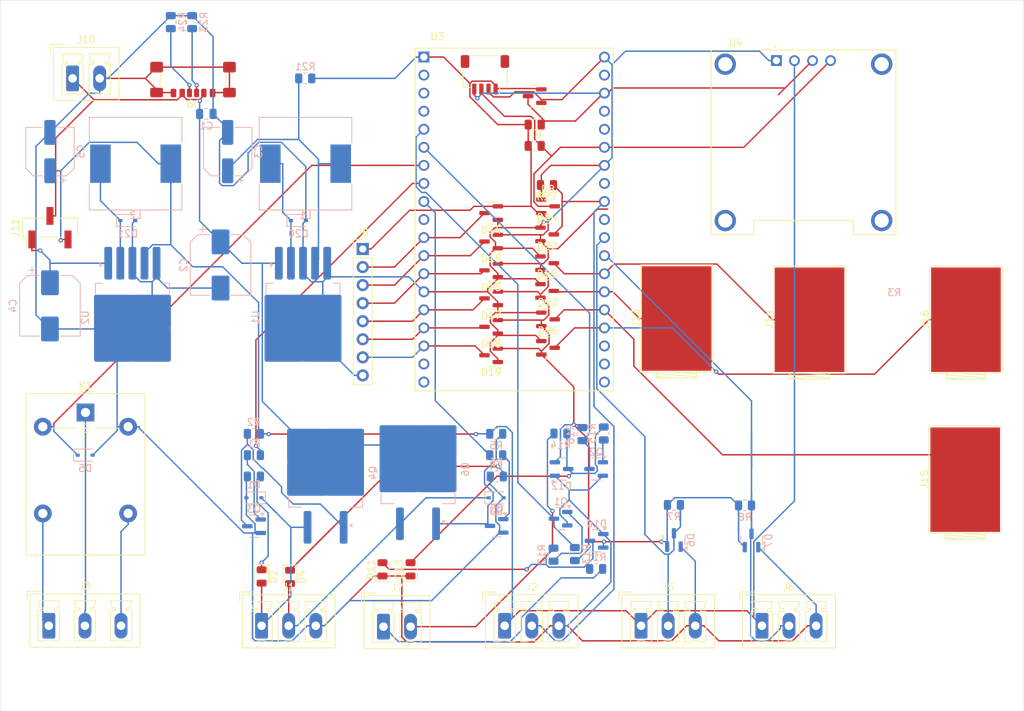
<source format=kicad_pcb>
(kicad_pcb (version 20240108) (generator "pcbnew") (generator_version "8.0")
  (layers (0 "F.Cu" signal) (31 "B.Cu" signal) (34 "B.Paste" user) (35 "F.Paste" user) (36 "B.SilkS" user "B.Silkscreen") (37 "F.SilkS" user "F.Silkscreen") (38 "B.Mask" user) (39 "F.Mask" user) (44 "Edge.Cuts" user))
  (net 0 "")
  (net 1 "VS")
  (net 2 "GND")
  (net 3 "Net-(U1-FB)")
  (net 4 "Net-(J11-Pin_1)")
  (net 5 "+5V")
  (net 6 "/BallValveOpen")
  (net 7 "Net-(D2-K)")
  (net 8 "/BallValveClose")
  (net 9 "Net-(D4-K)")
  (net 10 "/GPIO_TubValve")
  (net 11 "/GPIO_Dallas1")
  (net 12 "+3.3V")
  (net 13 "/GPIO_Dallas2")
  (net 14 "/GPIO_I2C_SDA")
  (net 15 "/GPIO_I2C_SCL")
  (net 16 "Net-(D10-COM)")
  (net 17 "Net-(D12-COM)")
  (net 18 "/GPIO_ADC1")
  (net 19 "/GPIO_ADC3")
  (net 20 "/GPIO_ADC2")
  (net 21 "/GPIO_ADC4")
  (net 22 "/GPIO9")
  (net 23 "/GPIO10")
  (net 24 "Net-(D20-K)")
  (net 25 "Net-(D21-K)")
  (net 26 "/GPIO_Servo")
  (net 27 "/TubValve_NC")
  (net 28 "/TubValve_NO")
  (net 29 "/TubValve_V")
  (net 30 "/BallValveOpen_Feedback")
  (net 31 "/BallValveClose_Feedback")
  (net 32 "Net-(J9-CC2)")
  (net 33 "Net-(J9-CC1)")
  (net 34 "/GPIO_BallValveOpen_Feedback")
  (net 35 "Net-(Q1-B)")
  (net 36 "Net-(Q2-B)")
  (net 37 "/GPIO_BallValveClose_Feedback")
  (net 38 "Net-(Q3-B)")
  (net 39 "Net-(Q3-C)")
  (net 40 "Net-(Q5-B)")
  (net 41 "Net-(Q5-C)")
  (net 42 "/GPIO_BallValveOpen")
  (net 43 "/GPIO_BallValveClose")
  (net 58 "/GPIO_ADC5")
  (net 59 "/GPIO_ADC7")
  (net 60 "/GPIO_ADC6")
  (net 61 "/GPIO_ADC8")
  (footprint "Package_TO_SOT_SMD:SOT-23" (layer "F.Cu") (at 149.19 56.075 180)
    (property "Reference" "D9" (hide yes))
    (property "Value" "BAT54S" (hide yes))
  )
  (footprint "Relay_THT:Relay_SPDT_Omron-G5LE-1" (layer "F.Cu") (at 86 100.575)
    (property "Reference" "K1")
    (property "Value" "G5LE-1")
  )
  (footprint "Package_TO_SOT_SMD:SOT-23" (layer "F.Cu") (at 143.0625 92.525 180)
    (property "Reference" "D19")
    (property "Value" "BAT54S")
  )
  (footprint "Package_TO_SOT_SMD:SOT-23" (layer "F.Cu") (at 151.0625 71.575)
    (property "Reference" "D8")
    (property "Value" "BAT54S")
  )
  (footprint "Connector:IHI_B6A-PCB-45_Vertical" (layer "F.Cu") (at 187.85 87.525 90)
    (property "Reference" "J14")
    (property "Value" "Conn_01x01")
  )
  (footprint "Connector_PinHeader_2.54mm:PinHeader_1x03_P2.54mm_Vertical_SMD_Pin1Left" (layer "F.Cu") (at 81 74.575 90)
    (property "Reference" "J11")
    (property "Value" "Conn_01x03")
  )
  (footprint "Connector_Phoenix_MC_HighVoltage:PhoenixContact_MCV_1,5_3-G-5.08_1x03_P5.08mm_Vertical" (layer "F.Cu") (at 80.84 130.575)
    (property "Reference" "J3")
    (property "Value" "Conn_01x03")
  )
  (footprint "Connector_JST:JST_SH_SM04B-SRSS-TB_1x04-1MP_P1.00mm_Horizontal" (layer "F.Cu") (at 142.19 53.075 180)
    (property "Reference" "J4" (hide yes))
    (property "Value" "Conn_01x05" (hide yes))
  )
  (footprint "Package_TO_SOT_SMD:SOT-23" (layer "F.Cu") (at 150.9375 79.575)
    (property "Reference" "D22")
    (property "Value" "BAT54S")
  )
  (footprint "ESP32-DEVKITC-32U:MODULE_ESP32-DEVKITC-32U" (layer "F.Cu") (at 146.3 73.425)
    (property "Reference" "U3")
    (property "Value" "ESP32-DEVKITC-32U")
  )
  (footprint "Resistor_SMD:R_0805_2012Metric" (layer "F.Cu") (at 149.19 63.075)
    (property "Reference" "R9")
    (property "Value" "3K3")
  )
  (footprint "Package_TO_SOT_SMD:SOT-23" (layer "F.Cu") (at 143.0625 88.525 180)
    (property "Reference" "D18")
    (property "Value" "BAT54S")
  )
  (footprint "Connector:IHI_B6A-PCB-45_Vertical" (layer "F.Cu") (at 209.75 110.025 90)
    (property "Reference" "J15")
    (property "Value" "Conn_01x01")
  )
  (footprint "LED_SMD:LED_0805_2012Metric" (layer "F.Cu") (at 131.725 122.6375 90)
    (property "Reference" "D13")
    (property "Value" "GREEN LED")
  )
  (footprint "Resistor_SMD:R_0805_2012Metric" (layer "F.Cu") (at 149.19 60.075)
    (property "Reference" "R10" (hide yes))
    (property "Value" "3K3")
  )
  (footprint "LED_SMD:LED_0805_2012Metric" (layer "F.Cu") (at 127.775 122.6375 90)
    (property "Reference" "D11")
    (property "Value" "GREEN LED")
  )
  (footprint "Connector_Phoenix_MC:PhoenixContact_MCV_1,5_3-G-3.81_1x03_P3.81mm_Vertical" (layer "F.Cu") (at 110.775 130.575)
    (property "Reference" "J1")
    (property "Value" "Conn_01x03")
  )
  (footprint "Connector_Phoenix_MC:PhoenixContact_MCV_1,5_3-G-3.81_1x03_P3.81mm_Vertical" (layer "F.Cu") (at 164.155 130.575)
    (property "Reference" "J5")
    (property "Value" "Conn_01x03")
  )
  (footprint "Connector:IHI_B6A-PCB-45_Vertical" (layer "F.Cu") (at 209.85 87.525 90)
    (property "Reference" "J16")
    (property "Value" "Conn_01x01")
  )
  (footprint "LED_SMD:LED_0805_2012Metric" (layer "F.Cu") (at 110.775 123.6375 -90)
    (property "Reference" "D2")
    (property "Value" "GREEN LED")
  )
  (footprint "Connector_Phoenix_MC:PhoenixContact_MCV_1,5_2-G-3.81_1x02_P3.81mm_Vertical" (layer "F.Cu") (at 127.915 130.7)
    (property "Reference" "J7")
    (property "Value" "Conn_01x02")
  )
  (footprint "Package_TO_SOT_SMD:SOT-23" (layer "F.Cu") (at 143.0625 80.575 180)
    (property "Reference" "D15")
    (property "Value" "BAT54S")
  )
  (footprint "Package_TO_SOT_SMD:SOT-23" (layer "F.Cu") (at 143.0625 84.525 180)
    (property "Reference" "D17")
    (property "Value" "BAT54S")
  )
  (footprint "Connector:IHI_B6A-PCB-45_Vertical" (layer "F.Cu") (at 169.15 87.355 90)
    (property "Reference" "J13")
    (property "Value" "Conn_01x01")
  )
  (footprint "Package_TO_SOT_SMD:SOT-23" (layer "F.Cu") (at 150.9375 75.525)
    (property "Reference" "D24")
    (property "Value" "BAT54S")
  )
  (footprint "Package_TO_SOT_SMD:SOT-23" (layer "F.Cu") (at 150.9375 83.475)
    (property "Reference" "D25")
    (property "Value" "BAT54S")
  )
  (footprint "DM-OLED096-636:MODULE_DM-OLED096-636" (layer "F.Cu") (at 187 62.575)
    (property "Reference" "U4")
    (property "Value" "DM-OLED096-636")
  )
  (footprint "Package_TO_SOT_SMD:SOT-23" (layer "F.Cu") (at 143.0625 76.525 180)
    (property "Reference" "D16")
    (property "Value" "BAT54S")
  )
  (footprint "Connector_PinHeader_2.54mm:PinHeader_1x08_P2.54mm_Vertical" (layer "F.Cu") (at 125 77.575)
    (property "Reference" "J8")
    (property "Value" "Conn_01x08")
  )
  (footprint "Connector_Phoenix_MC:PhoenixContact_MCV_1,5_3-G-3.81_1x03_P3.81mm_Vertical" (layer "F.Cu") (at 181.155 130.575)
    (property "Reference" "J6")
    (property "Value" "Conn_01x03")
  )
  (footprint "Resistor_SMD:R_0805_2012Metric" (layer "F.Cu") (at 150.9125 68.575 180)
    (property "Reference" "R27")
    (property "Value" "10K")
  )
  (footprint "Connector_USB:USB_C_Receptacle_GCT_USB4135-GF-A_6P_TopMnt_Horizontal" (layer "F.Cu") (at 101.125 52.5975 180)
    (property "Reference" "J9")
    (property "Value" "USB_C_Receptacle_PowerOnly_6P")
  )
  (footprint "Connector_Phoenix_MC:PhoenixContact_MCV_1,5_2-G-3.81_1x02_P3.81mm_Vertical" (layer "F.Cu") (at 84.19 53.575)
    (property "Reference" "J10")
    (property "Value" "Conn_01x02")
  )
  (footprint "Package_TO_SOT_SMD:SOT-23" (layer "F.Cu") (at 151.0625 87.475)
    (property "Reference" "D23")
    (property "Value" "BAT54S")
  )
  (footprint "Package_TO_SOT_SMD:SOT-23" (layer "F.Cu") (at 143.0625 72.525 180)
    (property "Reference" "D14")
    (property "Value" "BAT54S")
  )
  (footprint "Package_TO_SOT_SMD:SOT-23" (layer "F.Cu") (at 151.0625 91.475)
    (property "Reference" "D26")
    (property "Value" "BAT54S")
  )
  (footprint "LED_SMD:LED_0805_2012Metric" (layer "F.Cu") (at 114.775 123.7 -90)
    (property "Reference" "D4")
    (property "Value" "GREEN LED")
  )
  (footprint "Connector_Phoenix_MC:PhoenixContact_MCV_1,5_3-G-3.81_1x03_P3.81mm_Vertical" (layer "F.Cu") (at 144.965 130.575)
    (property "Reference" "J2")
    (property "Value" "Conn_01x03")
  )
  (footprint "Resistor_SMD:R_0805_2012Metric" (layer "B.Cu") (at 143.775 106.575)
    (property "Reference" "R4")
    (property "Value" "1K")
  )
  (footprint "Resistor_SMD:R_0805_2012Metric" (layer "B.Cu") (at 101 45.6625 90)
    (property "Reference" "R23")
    (property "Value" "5K1")
  )
  (footprint "Resistor_SMD:R_0805_2012Metric" (layer "B.Cu") (at 98 45.6625 90)
    (property "Reference" "R24")
    (property "Value" "5K1")
  )
  (footprint "Package_TO_SOT_SMD:SOT-23" (layer "B.Cu") (at 157.8375 108.525 180)
    (property "Reference" "Q2")
    (property "Value" "MMBT3904")
  )
  (footprint "Package_TO_SOT_SMD:TO-263-2" (layer "B.Cu") (at 132.775 108.575 90)
    (property "Reference" "Q6")
    (property "Value" "IRF4905STRLPBF")
  )
  (footprint "Resistor_SMD:R_0805_2012Metric" (layer "B.Cu") (at 178.775 113.6375)
    (property "Reference" "R8")
    (property "Value" "3K3")
  )
  (footprint "Package_TO_SOT_SMD:TO-263-5_TabPin3" (layer "B.Cu") (at 116.6 87.225 -90)
    (property "Reference" "U1")
    (property "Value" "LM2575-3.3BU")
  )
  (footprint "Resistor_SMD:R_0805_2012Metric" (layer "B.Cu") (at 109.6875 109.575 180)
    (property "Reference" "R3")
    (property "Value" "2K2")
  )
  (footprint "Resistor_SMD:R_0805_2012Metric" (layer "B.Cu") (at 151.8375 120.575 -90)
    (property "Reference" "R12")
    (property "Value" "300R")
  )
  (footprint "Package_TO_SOT_SMD:SOT-23" (layer "B.Cu") (at 152.9625 108.525)
    (property "Reference" "D12")
    (property "Value" "BAT54S")
  )
  (footprint "Resistor_SMD:R_0805_2012Metric" (layer "B.Cu") (at 158.9 103.525 -90)
    (property "Reference" "R15")
    (property "Value" "300R")
  )
  (footprint "Capacitor_SMD:CP_Elec_8x10" (layer "B.Cu") (at 105 79.825 -90)
    (property "Reference" "C2")
    (property "Value" "100µF")
  )
  (footprint "Capacitor_SMD:CP_Elec_6.3x7.7" (layer "B.Cu") (at 106 63.875 90)
    (property "Reference" "C3")
    (property "Value" "330µF")
  )
  (footprint "Resistor_SMD:R_0805_2012Metric" (layer "B.Cu") (at 157.8375 122.575 180)
    (property "Reference" "R11")
    (property "Value" "1K")
  )
  (footprint "Inductor_SMD:L_Sunlord_SWRB1207S" (layer "B.Cu") (at 93.05 65.575)
    (property "Reference" "L2")
    (property "Value" "330µH")
  )
  (footprint "Resistor_SMD:R_0805_2012Metric" (layer "B.Cu") (at 109.6875 103.575 180)
    (property "Reference" "R2")
    (property "Value" "3K3")
  )
  (footprint "Diode_SMD:D_SOD-323" (layer "B.Cu") (at 109.6875 112.575 180)
    (property "Reference" "D1")
    (property "Value" "1N5819WS")
  )
  (footprint "Diode_SMD:D_SOD-323" (layer "B.Cu") (at 91.95 73.575)
    (property "Reference" "D21")
    (property "Value" "1N5819")
  )
  (footprint "Diode_SMD:D_SOD-323" (layer "B.Cu") (at 143.775 112.575)
    (property "Reference" "D3")
    (property "Value" "1N5819WS")
  )
  (footprint "Package_TO_SOT_SMD:SOT-23" (layer "B.Cu") (at 109.7125 116.575 180)
    (property "Reference" "Q3")
    (property "Value" "MMBT3904")
  )
  (footprint "Resistor_SMD:R_0805_2012Metric" (layer "B.Cu") (at 109.6875 106.575 180)
    (property "Reference" "R1")
    (property "Value" "1K")
  )
  (footprint "Resistor_SMD:R_0805_2012Metric" (layer "B.Cu") (at 143.8625 109.575 180)
    (property "Reference" "R6")
    (property "Value" "2K2")
  )
  (footprint "Resistor_SMD:R_0805_2012Metric" (layer "B.Cu") (at 152.8125 103.525)
    (property "Reference" "R14")
    (property "Value" "1K")
  )
  (footprint "Inductor_SMD:L_Sunlord_SWRB1207S" (layer "B.Cu") (at 116.95 65.575)
    (property "Reference" "L1")
    (property "Value" "100µH")
  )
  (footprint "Package_TO_SOT_SMD:TO-263-5_TabPin3" (layer "B.Cu") (at 92.6 87.225 -90)
    (property "Reference" "U2")
    (property "Value" "LM2575-5.0BU")
  )
  (footprint "Resistor_SMD:R_0805_2012Metric" (layer "B.Cu") (at 168.775 113.575)
    (property "Reference" "R7")
    (property "Value" "3K3")
  )
  (footprint "Package_TO_SOT_SMD:SOT-23" (layer "B.Cu") (at 152.8375 115.5125 180)
    (property "Reference" "Q1")
    (property "Value" "MMBT3904")
  )
  (footprint "Package_TO_SOT_SMD:SOT-23" (layer "B.Cu") (at 168.775 118.5125 90)
    (property "Reference" "D6")
    (property "Value" "BAT54S")
  )
  (footprint "Resistor_SMD:R_0805_2012Metric" (layer "B.Cu") (at 155.9 103.6125 -90)
    (property "Reference" "R16")
    (property "Value" "10K")
  )
  (footprint "Package_TO_SOT_SMD:SOT-23" (layer "B.Cu") (at 157.9 118.625 180)
    (property "Reference" "D10")
    (property "Value" "BAT54S")
  )
  (footprint "Resistor_SMD:R_0805_2012Metric" (layer "B.Cu") (at 116.9125 53.575 180)
    (property "Reference" "R21")
    (property "Value" "0 ohm")
  )
  (footprint "Package_TO_SOT_SMD:SOT-23" (layer "B.Cu") (at 143.8375 116.525 180)
    (property "Reference" "Q5")
    (property "Value" "MMBT3904")
  )
  (footprint "Diode_SMD:D_SOD-323" (layer "B.Cu") (at 115.95 73.575)
    (property "Reference" "D20")
    (property "Value" "1N5819")
  )
  (footprint "Package_TO_SOT_SMD:TO-263-2" (layer "B.Cu") (at 119.775 109.075 90)
    (property "Reference" "Q4")
    (property "Value" "IRF4905STRLPBF")
  )
  (footprint "Diode_SMD:D_SOD-323" (layer "B.Cu") (at 85.95 106.575)
    (property "Reference" "D5")
    (property "Value" "1N5819")
  )
  (footprint "Capacitor_SMD:CP_Elec_8x10" (layer "B.Cu") (at 81 85.575 -90)
    (property "Reference" "C4")
    (property "Value" "100µF")
  )
  (footprint "Resistor_SMD:R_0805_2012Metric" (layer "B.Cu") (at 154.8375 120.4875 90)
    (property "Reference" "R13")
    (property "Value" "10K")
  )
  (footprint "Resistor_SMD:R_0805_2012Metric" (layer "B.Cu") (at 143.775 103.575)
    (property "Reference" "R5")
    (property "Value" "3K3")
  )
  (footprint "Package_TO_SOT_SMD:SOT-23" (layer "B.Cu") (at 179.6875 118.575 90)
    (property "Reference" "D7")
    (property "Value" "BAT54S")
  )
  (footprint "Capacitor_SMD:CP_Elec_6.3x7.7" (layer "B.Cu") (at 81 63.875 90)
    (property "Reference" "C5")
    (property "Value" "330µF")
  )
  (footprint "Capacitor_SMD:C_0805_2012Metric" (layer "B.Cu") (at 103 58.575)
    (property "Reference" "C1")
    (property "Value" "10µF")
  )
  (gr_rect (start 74 42.575) (end 218 142.575) (stroke (width 0.05)) (fill none) (layer "Edge.Cuts"))
  (segment (start 102.0845 56.5512) (end 102.0845 56.7445) (width 0.2) (layer "F.Cu") (net 1))
  (segment (start 98.913 56.5859) (end 87.2009 56.5859) (width 0.2) (layer "F.Cu") (net 1))
  (segment (start 99.605 55.8939) (end 98.913 56.5859) (width 0.2) (layer "F.Cu") (net 1))
  (segment (start 87.2009 56.5859) (end 84.19 53.575) (width 0.2) (layer "F.Cu") (net 1))
  (segment (start 81.8017 72.92) (end 81.8017 61.9851) (width 0.2) (layer "F.Cu") (net 1))
  (segment (start 102.645 55.9907) (end 102.0845 56.5512) (width 0.2) (layer "F.Cu") (net 1))
  (segment (start 102.645 55.63) (end 102.645 55.9907) (width 0.2) (layer "F.Cu") (net 1))
  (segment (start 81 72.92) (end 81.8017 72.92) (width 0.2) (layer "F.Cu") (net 1))
  (segment (start 102.0845 56.5512) (end 100.2623 56.5512) (width 0.2) (layer "F.Cu") (net 1))
  (segment (start 99.605 55.8939) (end 99.605 55.63) (width 0.2) (layer "F.Cu") (net 1))
  (segment (start 100.2623 56.5512) (end 99.605 55.8939) (width 0.2) (layer "F.Cu") (net 1))
  (segment (start 81.8017 61.9851) (end 87.2009 56.5859) (width 0.2) (layer "F.Cu") (net 1))
  (via (at 102.0845 56.7445) (size 0.6) (drill 0.3) (layers "F.Cu" "B.Cu") (net 1))
  (segment (start 132.775 107.075) (end 133.125 107.075) (width 0.2) (layer "B.Cu") (net 1))
  (segment (start 132.775 107.075) (end 132.425 107.075) (width 0.2) (layer "B.Cu") (net 1))
  (segment (start 110.875 79.575) (end 110.875 99.025) (width 0.2) (layer "B.Cu") (net 1))
  (segment (start 110.875 79.575) (end 108 79.575) (width 0.2) (layer "B.Cu") (net 1))
  (segment (start 132.3 107.2) (end 130 109.5) (width 0.2) (layer "B.Cu") (net 1))
  (segment (start 129.75 105.15) (end 130 104.9) (width 0.2) (layer "B.Cu") (net 1))
  (segment (start 130 104.9) (end 132.3 107.2) (width 0.2) (layer "B.Cu") (net 1))
  (segment (start 119.775 107.575) (end 119.425 107.575) (width 0.2) (layer "B.Cu") (net 1))
  (segment (start 132.425 107.075) (end 132.3 107.2) (width 0.2) (layer "B.Cu") (net 1))
  (segment (start 122.55 105.15) (end 129.75 105.15) (width 0.2) (layer "B.Cu") (net 1))
  (segment (start 105 76.575) (end 102.05 73.625) (width 0.2) (layer "B.Cu") (net 1))
  (segment (start 113.2 79.575) (end 110.875 79.575) (width 0.2) (layer "B.Cu") (net 1))
  (segment (start 133.125 107.075) (end 135.55 109.5) (width 0.2) (layer "B.Cu") (net 1))
  (segment (start 133.125 107.075) (end 135.55 104.65) (width 0.2) (layer "B.Cu") (net 1))
  (segment (start 110.875 99.025) (end 117 105.15) (width 0.2) (layer "B.Cu") (net 1))
  (segment (start 119.775 107.575) (end 120.125 107.575) (width 0.2) (layer "B.Cu") (net 1))
  (segment (start 102.05 58.575) (end 102.05 56.779) (width 0.2) (layer "B.Cu") (net 1))
  (segment (start 130 104.9) (end 130 104.65) (width 0.2) (layer "B.Cu") (net 1))
  (segment (start 108 79.575) (end 105 76.575) (width 0.2) (layer "B.Cu") (net 1))
  (segment (start 102.05 56.779) (end 102.0845 56.7445) (width 0.2) (layer "B.Cu") (net 1))
  (segment (start 120.125 107.575) (end 122.55 105.15) (width 0.2) (layer "B.Cu") (net 1))
  (segment (start 102.05 73.625) (end 102.05 58.575) (width 0.2) (layer "B.Cu") (net 1))
  (segment (start 117 105.15) (end 119.425 107.575) (width 0.2) (layer "B.Cu") (net 1))
  (segment (start 119.425 107.575) (end 117 110) (width 0.2) (layer "B.Cu") (net 1))
  (segment (start 120.125 107.575) (end 122.55 110) (width 0.2) (layer "B.Cu") (net 1))
  (segment (start 144 73.475) (end 144 74.575) (width 0.2) (layer "F.Cu") (net 2))
  (segment (start 150 74.2392) (end 150.472 73.7677) (width 0.2) (layer "F.Cu") (net 2))
  (segment (start 149.24 81.7645) (end 150 82.525) (width 0.2) (layer "F.Cu") (net 2))
  (segment (start 144 86.525) (end 143.656 86.525) (width 0.2) (layer "F.Cu") (net 2))
  (segment (start 171.775 130.575) (end 170.573 130.575) (width 0.2) (layer "F.Cu") (net 2))
  (segment (start 142.915 78.2311) (end 143.671 77.475) (width 0.2) (layer "F.Cu") (net 2))
  (segment (start 149.327 89.727) (end 150.125 90.525) (width 0.2) (layer "F.Cu") (net 2))
  (segment (start 144 81.7645) (end 149.24 81.7645) (width 0.2) (layer "F.Cu") (net 2))
  (segment (start 142.69 55.3516) (end 142.69 55.075) (width 0.2) (layer "F.Cu") (net 2))
  (segment (start 143.671 76.6335) (end 143.671 77.475) (width 0.2) (layer "F.Cu") (net 2))
  (segment (start 130.502 132.17) (end 131.185 132.852) (width 0.2) (layer "F.Cu") (net 2))
  (segment (start 142.572 83.5942) (end 144 85.0219) (width 0.2) (layer "F.Cu") (net 2))
  (segment (start 151.383 130.575) (end 152.585 130.575) (width 0.2) (layer "F.Cu") (net 2))
  (segment (start 142.69 55.3516) (end 142.69 55.4897) (width 0.2) (layer "F.Cu") (net 2))
  (segment (start 103.93 55.575) (end 103.875 55.63) (width 0.2) (layer "F.Cu") (net 2))
  (segment (start 144 85.0219) (end 144 85.475) (width 0.2) (layer "F.Cu") (net 2))
  (segment (start 150 74.575) (end 144 74.575) (width 0.2) (layer "F.Cu") (net 2))
  (segment (start 118.395 130.575) (end 119.597 130.575) (width 0.2) (layer "F.Cu") (net 2))
  (segment (start 144 93.0125) (end 142.95 91.963) (width 0.2) (layer "F.Cu") (net 2))
  (segment (start 170.573 130.575) (end 168.45 132.698) (width 0.2) (layer "F.Cu") (net 2))
  (segment (start 127.775 123.575) (end 130.502 123.575) (width 0.2) (layer "F.Cu") (net 2))
  (segment (start 175.1 132.698) (end 172.977 130.575) (width 0.2) (layer "F.Cu") (net 2))
  (segment (start 143.671 77.475) (end 144 77.475) (width 0.2) (layer "F.Cu") (net 2))
  (segment (start 106.25 55.575) (end 103.93 55.575) (width 0.2) (layer "F.Cu") (net 2))
  (segment (start 151.45 65.815) (end 150.125 67.14) (width 0.2) (layer "F.Cu") (net 2))
  (segment (start 144 89.475) (end 144 89.727) (width 0.2) (layer "F.Cu") (net 2))
  (segment (start 131.185 132.852) (end 149.106 132.852) (width 0.2) (layer "F.Cu") (net 2))
  (segment (start 148.85 77.475) (end 150 78.625) (width 0.2) (layer "F.Cu") (net 2))
  (segment (start 142.915 79.9274) (end 142.915 78.2311) (width 0.2) (layer "F.Cu") (net 2))
  (segment (start 94.42 53.575) (end 96 51.995) (width 0.2) (layer "F.Cu") (net 2))
  (segment (start 150.125 68.575) (end 150 68.575) (width 0.2) (layer "F.Cu") (net 2))
  (segment (start 142.942 87.2389) (end 142.942 87.9297) (width 0.2) (layer "F.Cu") (net 2))
  (segment (start 150.125 68.575) (end 150.125 70.625) (width 0.2) (layer "F.Cu") (net 2))
  (segment (start 144 81.0124) (end 142.915 79.9274) (width 0.2) (layer "F.Cu") (net 2))
  (segment (start 143.594 74.575) (end 142.915 75.2535) (width 0.2) (layer "F.Cu") (net 2))
  (segment (start 149.0279 55.4629) (end 150.1275 56.5625) (width 0.2) (layer "F.Cu") (net 2))
  (segment (start 159 50.575) (end 153.0125 56.5625) (width 0.2) (layer "F.Cu") (net 2))
  (segment (start 126.597 123.575) (end 127.775 123.575) (width 0.2) (layer "F.Cu") (net 2))
  (segment (start 88 53.575) (end 94.42 53.575) (width 0.2) (layer "F.Cu") (net 2))
  (segment (start 150 74.575) (end 150 74.2392) (width 0.2) (layer "F.Cu") (net 2))
  (segment (start 94.42 53.575) (end 96 55.155) (width 0.2) (layer "F.Cu") (net 2))
  (segment (start 98.32 55.575) (end 98.375 55.63) (width 0.2) (layer "F.Cu") (net 2))
  (segment (start 144 81.525) (end 144 81.0124) (width 0.2) (layer "F.Cu") (net 2))
  (segment (start 142.95 91.963) (end 142.95 90.7765) (width 0.2) (layer "F.Cu") (net 2))
  (segment (start 142.95 90.7765) (end 144 89.727) (width 0.2) (layer "F.Cu") (net 2))
  (segment (start 119.597 130.575) (end 126.597 123.575) (width 0.2) (layer "F.Cu") (net 2))
  (segment (start 144 88.9875) (end 144 89.475) (width 0.2) (layer "F.Cu") (net 2))
  (segment (start 96 55.155) (end 96 55.575) (width 0.2) (layer "F.Cu") (net 2))
  (segment (start 142.572 83.5942) (end 142.572 83.1922) (width 0.2) (layer "F.Cu") (net 2))
  (segment (start 142.69 55.4988) (end 142.69 55.3516) (width 0.2) (layer "F.Cu") (net 2))
  (segment (start 145.6795 56.1885) (end 146.4051 55.4629) (width 0.2) (layer "F.Cu") (net 2))
  (segment (start 185.45 132.698) (end 175.1 132.698) (width 0.2) (layer "F.Cu") (net 2))
  (segment (start 144 86.525) (end 144 85.475) (width 0.2) (layer "F.Cu") (net 2))
  (segment (start 143.656 86.525) (end 142.942 87.2389) (width 0.2) (layer "F.Cu") (net 2))
  (segment (start 153.0125 56.5625) (end 150.1275 56.5625) (width 0.2) (layer "F.Cu") (net 2))
  (segment (start 188.775 130.575) (end 187.573 130.575) (width 0.2) (layer "F.Cu") (net 2))
  (segment (start 144 74.575) (end 143.594 74.575) (width 0.2) (layer "F.Cu") (net 2))
  (segment (start 142.915 75.8774) (end 143.671 76.6335) (width 0.2) (layer "F.Cu") (net 2))
  (segment (start 142.572 83.595) (end 142.572 83.5942) (width 0.2) (layer "F.Cu") (net 2))
  (segment (start 150.1275 56.5625) (end 150.1275 57.025) (width 0.2) (layer "F.Cu") (net 2))
  (segment (start 187.573 130.575) (end 185.45 132.698) (width 0.2) (layer "F.Cu") (net 2))
  (segment (start 159 65.815) (end 151.45 65.815) (width 0.2) (layer "F.Cu") (net 2))
  (segment (start 168.45 132.698) (end 155.91 132.698) (width 0.2) (layer "F.Cu") (net 2))
  (segment (start 130.502 123.575) (end 130.502 132.17) (width 0.2) (layer "F.Cu") (net 2))
  (segment (start 142.942 87.9297) (end 144 88.9875) (width 0.2) (layer "F.Cu") (net 2))
  (segment (start 146.4051 55.4629) (end 149.0279 55.4629) (width 0.2) (layer "F.Cu") (net 2))
  (segment (start 144 77.475) (end 148.85 77.475) (width 0.2) (layer "F.Cu") (net 2))
  (segment (start 142.915 75.2535) (end 142.915 75.8774) (width 0.2) (layer "F.Cu") (net 2))
  (segment (start 150.125 67.14) (end 150.125 68.575) (width 0.2) (layer "F.Cu") (net 2))
  (segment (start 155.91 132.698) (end 153.787 130.575) (width 0.2) (layer "F.Cu") (net 2))
  (segment (start 133.6 83.595) (end 142.572 83.595) (width 0.2) (layer "F.Cu") (net 2))
  (segment (start 142.69 55.4897) (end 143.3888 56.1885) (width 0.2) (layer "F.Cu") (net 2))
  (segment (start 150.125 86.525) (end 144 86.525) (width 0.2) (layer "F.Cu") (net 2))
  (segment (start 96 51.995) (end 106.25 51.995) (width 0.2) (layer "F.Cu") (net 2))
  (segment (start 106.25 51.995) (end 106.25 55.575) (width 0.2) (layer "F.Cu") (net 2))
  (segment (start 144 89.727) (end 149.327 89.727) (width 0.2) (layer "F.Cu") (net 2))
  (segment (start 149.106 132.852) (end 151.383 130.575) (width 0.2) (layer "F.Cu") (net 2))
  (segment (start 144 81.7645) (end 144 81.525) (width 0.2) (layer "F.Cu") (net 2))
  (segment (start 144 93.475) (end 144 93.0125) (width 0.2) (layer "F.Cu") (net 2))
  (segment (start 142.572 83.1922) (end 144 81.7645) (width 0.2) (layer "F.Cu") (net 2))
  (segment (start 130.502 123.575) (end 131.725 123.575) (width 0.2) (layer "F.Cu") (net 2))
  (segment (start 96 55.575) (end 98.32 55.575) (width 0.2) (layer "F.Cu") (net 2))
  (segment (start 153.787 130.575) (end 152.585 130.575) (width 0.2) (layer "F.Cu") (net 2))
  (segment (start 143.3888 56.1885) (end 145.6795 56.1885) (width 0.2) (layer "F.Cu") (net 2))
  (segment (start 172.977 130.575) (end 171.775 130.575) (width 0.2) (layer "F.Cu") (net 2))
  (via (at 150.472 73.7677) (size 0.6) (drill 0.3) (layers "F.Cu" "B.Cu") (net 2))
  (segment (start 152.735 114.162) (end 152.735 114.96) (width 0.2) (layer "B.Cu") (net 2))
  (segment (start 79.0365 63.1385) (end 79.0365 86.8615) (width 0.2) (layer "B.Cu") (net 2))
  (segment (start 118.395 130.575) (end 119.597 130.575) (width 0.2) (layer "B.Cu") (net 2))
  (segment (start 180.6375 119.5125) (end 180.638 119.513) (width 0.2) (layer "B.Cu") (net 2))
  (segment (start 159 65.815) (end 160.07 64.745) (width 0.2) (layer "B.Cu") (net 2))
  (segment (start 159.906 124.456) (end 153.787 130.575) (width 0.2) (layer "B.Cu") (net 2))
  (segment (start 154.03 111.48) (end 154.03 112.867) (width 0.2) (layer "B.Cu") (net 2))
  (segment (start 180.638 119.513) (end 188.775 127.65) (width 0.2) (layer "B.Cu") (net 2))
  (segment (start 101 44.75) (end 98 44.75) (width 0.2) (layer "B.Cu") (net 2))
  (segment (start 105.211 68.6592) (end 106.817 68.6592) (width 0.2) (layer "B.Cu") (net 2))
  (segment (start 88.6625 88.825) (end 88.6625 87.4625) (width 0.2) (layer "B.Cu") (net 2))
  (segment (start 105 83.075) (end 97.5223 83.075) (width 0.2) (layer "B.Cu") (net 2))
  (segment (start 109.504 132.343) (end 109.863 132.702) (width 0.2) (layer "B.Cu") (net 2))
  (segment (start 92.6 73.975) (end 92.6 79.575) (width 0.2) (layer "B.Cu") (net 2))
  (segment (start 92.6 88.725) (end 92.95 88.725) (width 0.2) (layer "B.Cu") (net 2))
  (segment (start 108.6375 112.575) (end 108.638 112.575) (width 0.2) (layer "B.Cu") (net 2))
  (segment (start 104.858 62.3175) (end 104.858 68.3055) (width 0.2) (layer "B.Cu") (net 2))
  (segment (start 109.848 116.236) (end 108.638 115.025) (width 0.2) (layer "B.Cu") (net 2))
  (segment (start 90.4483 103.127) (end 90.4483 102.575) (width 0.2) (layer "B.Cu") (net 2))
  (segment (start 108.875 66.6013) (end 108.875 64.0628) (width 0.2) (layer "B.Cu") (net 2))
  (segment (start 86.4983 55.6767) (end 81 61.175) (width 0.2) (layer "B.Cu") (net 2))
  (segment (start 160.07 51.645) (end 159 50.575) (width 0.2) (layer "B.Cu") (net 2))
  (segment (start 108.308 117.525) (end 109.504 117.525) (width 0.2) (layer "B.Cu") (net 2))
  (segment (start 89.825 89.9875) (end 91.3375 89.9875) (width 0.2) (layer "B.Cu") (net 2))
  (segment (start 88 53.575) (end 88 55.6767) (width 0.2) (layer "B.Cu") (net 2))
  (segment (start 110.364 62.5733) (end 113.575 62.5733) (width 0.2) (layer "B.Cu") (net 2))
  (segment (start 116.6 88.725) (end 116.95 88.725) (width 0.2) (layer "B.Cu") (net 2))
  (segment (start 109.863 132.702) (end 115.066 132.702) (width 0.2) (layer "B.Cu") (net 2))
  (segment (start 154.03 112.867) (end 158.8375 117.6745) (width 0.2) (layer "B.Cu") (net 2))
  (segment (start 116.6 88.725) (end 116.25 88.725) (width 0.2) (layer "B.Cu") (net 2))
  (segment (start 158.8375 117.6745) (end 158.8375 117.675) (width 0.2) (layer "B.Cu") (net 2))
  (segment (start 119.375 82.1803) (end 117.763 82.1803) (width 0.2) (layer "B.Cu") (net 2))
  (segment (start 123.134 127.038) (end 134.694 127.038) (width 0.2) (layer "B.Cu") (net 2))
  (segment (start 89.2017 53.575) (end 89.2017 53.5483) (width 0.2) (layer "B.Cu") (net 2))
  (segment (start 153.787 130.575) (end 152.585 130.575) (width 0.2) (layer "B.Cu") (net 2))
  (segment (start 119.375 91.15) (end 119.643 91.15) (width 0.2) (layer "B.Cu") (net 2))
  (segment (start 120 81.494) (end 131.499 81.494) (width 0.2) (layer "B.Cu") (net 2))
  (segment (start 113.575 62.5733) (end 117 65.9983) (width 0.2) (layer "B.Cu") (net 2))
  (segment (start 144.257 116.444) (end 143.728 115.915) (width 0.2) (layer "B.Cu") (net 2))
  (segment (start 108.638 112.575) (end 108.638 109.713) (width 0.2) (layer "B.Cu") (net 2))
  (segment (start 89.2017 53.5483) (end 98 44.75) (width 0.2) (layer "B.Cu") (net 2))
  (segment (start 160.07 51.645) (end 161.966 49.7492) (width 0.2) (layer "B.Cu") (net 2))
  (segment (start 116.25 88.725) (end 113.825 86.3) (width 0.2) (layer "B.Cu") (net 2))
  (segment (start 115.066 132.702) (end 117.193 130.575) (width 0.2) (layer "B.Cu") (net 2))
  (segment (start 188.775 127.65) (end 188.775 130.575) (width 0.2) (layer "B.Cu") (net 2))
  (segment (start 158.838 117.675) (end 159.906 118.744) (width 0.2) (layer "B.Cu") (net 2))
  (segment (start 106.817 68.6592) (end 108.875 66.6013) (width 0.2) (layer "B.Cu") (net 2))
  (segment (start 169.725 119.45) (end 171.775 121.5) (width 0.2) (layer "B.Cu") (net 2))
  (segment (start 87 106.575) (end 90.4483 103.127) (width 0.2) (layer "B.Cu") (net 2))
  (segment (start 88 55.6767) (end 86.4983 55.6767) (width 0.2) (layer "B.Cu") (net 2))
  (segment (start 93.7395 82.1777) (end 95.375 82.1777) (width 0.2) (layer "B.Cu") (net 2))
  (segment (start 159.906 118.744) (end 159.906 124.456) (width 0.2) (layer "B.Cu") (net 2))
  (segment (start 144.257 117.475) (end 144.775 117.475) (width 0.2) (layer "B.Cu") (net 2))
  (segment (start 120 81.494) (end 120 81.5553) (width 0.2) (layer "B.Cu") (net 2))
  (segment (start 143.728 115.915) (end 143.728 113.672) (width 0.2) (layer "B.Cu") (net 2))
  (segment (start 88 53.575) (end 89.2017 53.575) (width 0.2) (layer "B.Cu") (net 2))
  (segment (start 109.504 117.525) (end 109.504 132.343) (width 0.2) (layer "B.Cu") (net 2))
  (segment (start 104.858 68.3055) (end 105.211 68.6592) (width 0.2) (layer "B.Cu") (net 2))
  (segment (start 89.825 91.15) (end 89.825 89.9875) (width 0.2) (layer "B.Cu") (net 2))
  (segment (start 119.375 82.1803) (end 119.375 86.3) (width 0.2) (layer "B.Cu") (net 2))
  (segment (start 120 79.575) (end 120 81.494) (width 0.2) (layer "B.Cu") (net 2))
  (segment (start 92.6 81.0382) (end 93.7395 82.1777) (width 0.2) (layer "B.Cu") (net 2))
  (segment (start 116.95 88.725) (end 119.375 86.3) (width 0.2) (layer "B.Cu") (net 2))
  (segment (start 180.808 49.7492) (end 182.134 51.075) (width 0.2) (layer "B.Cu") (net 2))
  (segment (start 93.5517 102.575) (end 93.5517 102.769) (width 0.2) (layer "B.Cu") (net 2))
  (segment (start 150.472 73.7677) (end 151.047 73.7677) (width 0.2) (layer "B.Cu") (net 2))
  (segment (start 79.0365 86.8615) (end 81 88.825) (width 0.2) (layer "B.Cu") (net 2))
  (segment (start 81 88.825) (end 88.6625 88.825) (width 0.2) (layer "B.Cu") (net 2))
  (segment (start 117.193 130.575) (end 118.395 130.575) (width 0.2) (layer "B.Cu") (net 2))
  (segment (start 171.775 121.5) (end 171.775 130.575) (width 0.2) (layer "B.Cu") (net 2))
  (segment (start 116.25 88.725) (end 113.825 91.15) (width 0.2) (layer "B.Cu") (net 2))
  (segment (start 152.735 114.96) (end 153.775 116) (width 0.2) (layer "B.Cu") (net 2))
  (segment (start 93 73.575) (end 92.6 73.975) (width 0.2) (layer "B.Cu") (net 2))
  (segment (start 108.638 109.713) (end 108.775 109.575) (width 0.2) (layer "B.Cu") (net 2))
  (segment (start 106 61.175) (end 104.858 62.3175) (width 0.2) (layer "B.Cu") (net 2))
  (segment (start 151.047 73.7677) (end 159 65.815) (width 0.2) (layer "B.Cu") (net 2))
  (segment (start 144.257 117.475) (end 144.257 116.444) (width 0.2) (layer "B.Cu") (net 2))
  (segment (start 95.375 82.1777) (end 96 81.5527) (width 0.2) (layer "B.Cu") (net 2))
  (segment (start 134.694 127.038) (end 144.257 117.475) (width 0.2) (layer "B.Cu") (net 2))
  (segment (start 96 81.5527) (end 96 79.575) (width 0.2) (layer "B.Cu") (net 2))
  (segment (start 109.848 117.525) (end 110.65 117.525) (width 0.2) (layer "B.Cu") (net 2))
  (segment (start 89.825 91.15) (end 90.4483 91.7733) (width 0.2) (layer "B.Cu") (net 2))
  (segment (start 95.375 86.3) (end 95.375 82.1777) (width 0.2) (layer "B.Cu") (net 2))
  (segment (start 92.6 79.575) (end 92.6 81.0382) (width 0.2) (layer "B.Cu") (net 2))
  (segment (start 90.4483 102.575) (end 92 102.575) (width 0.2) (layer "B.Cu") (net 2))
  (segment (start 92.95 88.725) (end 95.375 86.3) (width 0.2) (layer "B.Cu") (net 2))
  (segment (start 103.95 47.7) (end 101 44.75) (width 0.2) (layer "B.Cu") (net 2))
  (segment (start 103.95 58.575) (end 106 60.625) (width 0.2) (layer "B.Cu") (net 2))
  (segment (start 109.504 117.525) (end 109.848 117.525) (width 0.2) (layer "B.Cu") (net 2))
  (segment (start 161.966 49.7492) (end 180.808 49.7492) (width 0.2) (layer "B.Cu") (net 2))
  (segment (start 142.95 110.7) (end 142.95 109.575) (width 0.2) (layer "B.Cu") (net 2))
  (segment (start 116.6 73.975) (end 117 73.575) (width 0.2) (layer "B.Cu") (net 2))
  (segment (start 97.5223 83.075) (end 96 81.5527) (width 0.2) (layer "B.Cu") (net 2))
  (segment (start 93.5517 102.769) (end 108.308 117.525) (width 0.2) (layer "B.Cu") (net 2))
  (segment (start 108.875 64.0628) (end 110.364 62.5733) (width 0.2) (layer "B.Cu") (net 2))
  (segment (start 153.775 116.4625) (end 153.775 116.463) (width 0.2) (layer "B.Cu") (net 2))
  (segment (start 154.03 111.48) (end 156.77 111.48) (width 0.2) (layer "B.Cu") (net 2))
  (segment (start 116.95 88.725) (end 119.375 91.15) (width 0.2) (layer "B.Cu") (net 2))
  (segment (start 152.025 109.475) (end 154.03 111.48) (width 0.2) (layer "B.Cu") (net 2))
  (segment (start 92 102.575) (end 93.5517 102.575) (width 0.2) (layer "B.Cu") (net 2))
  (segment (start 81 61.175) (end 79.0365 63.1385) (width 0.2) (layer "B.Cu") (net 2))
  (segment (start 103.95 58.575) (end 103.95 47.7) (width 0.2) (layer "B.Cu") (net 2))
  (segment (start 91.3375 89.9875) (end 92.6 88.725) (width 0.2) (layer "B.Cu") (net 2))
  (segment (start 88.6625 88.825) (end 89.825 89.9875) (width 0.2) (layer "B.Cu") (net 2))
  (segment (start 116.6 81.0173) (end 116.6 79.575) (width 0.2) (layer "B.Cu") (net 2))
  (segment (start 160.07 64.745) (end 160.07 51.645) (width 0.2) (layer "B.Cu") (net 2))
  (segment (start 108.638 115.025) (end 108.638 112.575) (width 0.2) (layer "B.Cu") (net 2))
  (segment (start 158.8375 117.6745) (end 158.838 117.675) (width 0.2) (layer "B.Cu") (net 2))
  (segment (start 119.643 91.15) (end 123.848 95.355) (width 0.2) (layer "B.Cu") (net 2))
  (segment (start 117 65.9983) (end 117 73.575) (width 0.2) (layer "B.Cu") (net 2))
  (segment (start 154.03 112.867) (end 152.735 114.162) (width 0.2) (layer "B.Cu") (net 2))
  (segment (start 131.499 81.494) (end 133.6 83.595) (width 0.2) (layer "B.Cu") (net 2))
  (segment (start 109.848 117.525) (end 109.848 116.236) (width 0.2) (layer "B.Cu") (net 2))
  (segment (start 116.6 79.575) (end 116.6 73.975) (width 0.2) (layer "B.Cu") (net 2))
  (segment (start 123.848 95.355) (end 125 95.355) (width 0.2) (layer "B.Cu") (net 2))
  (segment (start 90.4483 91.7733) (end 90.4483 102.575) (width 0.2) (layer "B.Cu") (net 2))
  (segment (start 143.728 113.672) (end 144.825 112.575) (width 0.2) (layer "B.Cu") (net 2))
  (segment (start 120 81.5553) (end 119.375 82.1803) (width 0.2) (layer "B.Cu") (net 2))
  (segment (start 119.597 130.575) (end 123.134 127.038) (width 0.2) (layer "B.Cu") (net 2))
  (segment (start 153.775 116) (end 153.775 116.4625) (width 0.2) (layer "B.Cu") (net 2))
  (segment (start 88.6625 87.4625) (end 89.825 86.3) (width 0.2) (layer "B.Cu") (net 2))
  (segment (start 156.77 111.48) (end 158.775 109.475) (width 0.2) (layer "B.Cu") (net 2))
  (segment (start 182.134 51.075) (end 183.19 51.075) (width 0.2) (layer "B.Cu") (net 2))
  (segment (start 92.95 88.725) (end 95.375 91.15) (width 0.2) (layer "B.Cu") (net 2))
  (segment (start 144.825 112.575) (end 142.95 110.7) (width 0.2) (layer "B.Cu") (net 2))
  (segment (start 117.763 82.1803) (end 116.6 81.0173) (width 0.2) (layer "B.Cu") (net 2))
  (segment (start 106 60.625) (end 106 61.175) (width 0.2) (layer "B.Cu") (net 2))
  (segment (start 118.774 65.575) (end 118.774 64.946) (width 0.2) (layer "B.Cu") (net 3))
  (segment (start 118.774 79.1006) (end 118.3 79.575) (width 0.2) (layer "B.Cu") (net 3))
  (segment (start 116 62.1716) (end 110.19 62.1716) (width 0.2) (layer "B.Cu") (net 3))
  (segment (start 116 62.1716) (end 116 53.575) (width 0.2) (layer "B.Cu") (net 3))
  (segment (start 106 66.362) (end 106 66.575) (width 0.2) (layer "B.Cu") (net 3))
  (segment (start 110.19 62.1716) (end 106 66.362) (width 0.2) (layer "B.Cu") (net 3))
  (segment (start 118.774 65.575) (end 121.9 65.575) (width 0.2) (layer "B.Cu") (net 3))
  (segment (start 118.774 64.946) (end 116 62.1716) (width 0.2) (layer "B.Cu") (net 3))
  (segment (start 118.774 65.575) (end 118.774 79.1006) (width 0.2) (layer "B.Cu") (net 3))
  (segment (start 78.46 77.7867) (end 79.6417 77.7867) (width 0.2) (layer "F.Cu") (net 4))
  (segment (start 78.46 76.23) (end 78.46 77.7867) (width 0.2) (layer "F.Cu") (net 4))
  (via (at 79.6417 77.7867) (size 0.6) (drill 0.3) (layers "F.Cu" "B.Cu") (net 4))
  (segment (start 81.0024 82.3226) (end 81.0024 79.575) (width 0.2) (layer "B.Cu") (net 4))
  (segment (start 81.0024 79.575) (end 89.2 79.575) (width 0.2) (layer "B.Cu") (net 4))
  (segment (start 81.0024 79.1474) (end 79.6417 77.7867) (width 0.2) (layer "B.Cu") (net 4))
  (segment (start 81.0024 79.575) (end 81.0024 79.1474) (width 0.2) (layer "B.Cu") (net 4))
  (segment (start 81 82.325) (end 81.0024 82.3226) (width 0.2) (layer "B.Cu") (net 4))
  (segment (start 179.053 128.473) (end 166.257 128.473) (width 0.2) (layer "F.Cu") (net 5))
  (segment (start 82.6031 76.3652) (end 82.7383 76.23) (width 0.2) (layer "F.Cu") (net 5))
  (segment (start 147.074 128.465) (end 162.046 128.465) (width 0.2) (layer "F.Cu") (net 5))
  (segment (start 82.519 76.3652) (end 82.6031 76.3652) (width 0.2) (layer "F.Cu") (net 5))
  (segment (start 144.965 130.575) (end 147.074 128.465) (width 0.2) (layer "F.Cu") (net 5))
  (segment (start 162.046 128.465) (end 164.155 130.575) (width 0.2) (layer "F.Cu") (net 5))
  (segment (start 82.7383 76.23) (end 83.54 76.23) (width 0.2) (layer "F.Cu") (net 5))
  (segment (start 181.155 130.575) (end 179.053 128.473) (width 0.2) (layer "F.Cu") (net 5))
  (segment (start 111.766 103.607) (end 140.922 103.607) (width 0.2) (layer "F.Cu") (net 5))
  (segment (start 166.257 128.473) (end 164.155 130.575) (width 0.2) (layer "F.Cu") (net 5))
  (via (at 82.519 76.3652) (size 0.6) (drill 0.3) (layers "F.Cu" "B.Cu") (net 5))
  (via (at 111.766 103.607) (size 0.6) (drill 0.3) (layers "F.Cu" "B.Cu") (net 5))
  (via (at 140.922 103.607) (size 0.6) (drill 0.3) (layers "F.Cu" "B.Cu") (net 5))
  (segment (start 86.5207 62.5733) (end 82.519 66.575) (width 0.2) (layer "B.Cu") (net 5))
  (segment (start 140.954 103.575) (end 140.922 103.607) (width 0.2) (layer "B.Cu") (net 5))
  (segment (start 181.155 130.575) (end 180.009 129.429) (width 0.2) (layer "B.Cu") (net 5))
  (segment (start 142.8625 103.5749) (end 142.8625 103.575) (width 0.2) (layer "B.Cu") (net 5))
  (segment (start 110.347 85.1197) (end 110.347 103.322) (width 0.2) (layer "B.Cu") (net 5))
  (segment (start 110.6 103.575) (end 111.734 103.575) (width 0.2) (layer "B.Cu") (net 5))
  (segment (start 94.3 78.1245) (end 95.4521 76.9724) (width 0.2) (layer "B.Cu") (net 5))
  (segment (start 105.306 80.0788) (end 110.347 85.1197) (width 0.2) (layer "B.Cu") (net 5))
  (segment (start 143.372 103.065) (end 143.117 103.32) (width 0.2) (layer "B.Cu") (net 5))
  (segment (start 96.2483 65.575) (end 93.2466 62.5733) (width 0.2) (layer "B.Cu") (net 5))
  (segment (start 101.1064 80.0788) (end 105.306 80.0788) (width 0.2) (layer "B.Cu") (net 5))
  (segment (start 143.372 103.065) (end 143.117 103.32) (width 0.2) (layer "B.Cu") (net 5))
  (segment (start 94.3 79.575) (end 94.3 78.1245) (width 0.2) (layer "B.Cu") (net 5))
  (segment (start 98 65.575) (end 98 76.9724) (width 0.2) (layer "B.Cu") (net 5))
  (segment (start 82.519 66.575) (end 81 66.575) (width 0.2) (layer "B.Cu") (net 5))
  (segment (start 145.192 102.556) (end 143.882 102.556) (width 0.2) (layer "B.Cu") (net 5))
  (segment (start 143.117 103.32) (end 142.8625 103.5745) (width 0.2) (layer "B.Cu") (net 5))
  (segment (start 146.044 103.407) (end 145.192 102.556) (width 0.2) (layer "B.Cu") (net 5))
  (segment (start 142.8625 103.5745) (end 142.8623 103.5747) (width 0.2) (layer "B.Cu") (net 5))
  (segment (start 110.347 103.322) (end 110.6 103.575) (width 0.2) (layer "B.Cu") (net 5))
  (segment (start 95.4521 76.9724) (end 98 76.9724) (width 0.2) (layer "B.Cu") (net 5))
  (segment (start 142.8623 103.5747) (end 142.862 103.575) (width 0.2) (layer "B.Cu") (net 5))
  (segment (start 146.044 129.496) (end 146.044 103.407) (width 0.2) (layer "B.Cu") (net 5))
  (segment (start 98 76.9724) (end 101.1064 80.0788) (width 0.2) (layer "B.Cu") (net 5))
  (segment (start 142.8623 103.5747) (end 142.8625 103.5749) (width 0.2) (layer "B.Cu") (net 5))
  (segment (start 82.519 76.3652) (end 82.519 66.575) (width 0.2) (layer "B.Cu") (net 5))
  (segment (start 143.882 102.556) (end 143.372 103.065) (width 0.2) (layer "B.Cu") (net 5))
  (segment (start 142.8623 103.5747) (end 142.862 103.575) (width 0.2) (layer "B.Cu") (net 5))
  (segment (start 111.734 103.575) (end 111.766 103.607) (width 0.2) (layer "B.Cu") (net 5))
  (segment (start 180.009 129.429) (end 180.009 118.729) (width 0.2) (layer "B.Cu") (net 5))
  (segment (start 143.117 103.32) (end 142.8625 103.5745) (width 0.2) (layer "B.Cu") (net 5))
  (segment (start 93.2466 62.5733) (end 86.5207 62.5733) (width 0.2) (layer "B.Cu") (net 5))
  (segment (start 185.73 113.007) (end 185.73 51.075) (width 0.2) (layer "B.Cu") (net 5))
  (segment (start 180.009 118.729) (end 185.73 113.007) (width 0.2) (layer "B.Cu") (net 5))
  (segment (start 144.965 130.575) (end 146.044 129.496) (width 0.2) (layer "B.Cu") (net 5))
  (segment (start 142.8625 103.5745) (end 142.8623 103.5747) (width 0.2) (layer "B.Cu") (net 5))
  (segment (start 98 65.575) (end 96.2483 65.575) (width 0.2) (layer "B.Cu") (net 5))
  (segment (start 142.862 103.575) (end 140.954 103.575) (width 0.2) (layer "B.Cu") (net 5))
  (segment (start 110.775 124.575) (end 110.775 130.575) (width 0.2) (layer "F.Cu") (net 6))
  (segment (start 112.722 114.559) (end 112.06 113.897) (width 0.2) (layer "B.Cu") (net 6))
  (segment (start 114.888 116.725) (end 117.235 116.725) (width 0.2) (layer "B.Cu") (net 6))
  (segment (start 114.888 116.725) (end 112.722 114.559) (width 0.2) (layer "B.Cu") (net 6))
  (segment (start 112.2255 114.063) (end 110.7375 112.575) (width 0.2) (layer "B.Cu") (net 6))
  (segment (start 114.888 126.463) (end 110.775 130.575) (width 0.2) (layer "B.Cu") (net 6))
  (segment (start 114.888 116.725) (end 114.888 126.463) (width 0.2) (layer "B.Cu") (net 6))
  (segment (start 112.722 114.559) (end 112.721 114.559) (width 0.2) (layer "B.Cu") (net 6))
  (segment (start 112.2255 114.063) (end 111.73 113.567) (width 0.2) (layer "B.Cu") (net 6))
  (segment (start 112.721 114.559) (end 112.2255 114.063) (width 0.2) (layer "B.Cu") (net 6))
  (segment (start 110.775 121.696) (end 110.775 122.7) (width 0.2) (layer "F.Cu") (net 7))
  (via (at 110.775 121.696) (size 0.6) (drill 0.3) (layers "F.Cu" "B.Cu") (net 7))
  (segment (start 110.135 110.04) (end 110.135 113.165) (width 0.2) (layer "B.Cu") (net 7))
  (segment (start 110.6 109.575) (end 110.135 110.04) (width 0.2) (layer "B.Cu") (net 7))
  (segment (start 111.69 114.72) (end 111.69 120.781) (width 0.2) (layer "B.Cu") (net 7))
  (segment (start 110.135 113.165) (end 111.69 114.72) (width 0.2) (layer "B.Cu") (net 7))
  (segment (start 111.69 120.781) (end 110.775 121.696) (width 0.2) (layer "B.Cu") (net 7))
  (segment (start 114.633 124.779) (end 114.68 124.732) (width 0.2) (layer "F.Cu") (net 8))
  (segment (start 114.585 130.575) (end 114.585 124.827) (width 0.2) (layer "F.Cu") (net 8))
  (segment (start 114.7395 124.673) (end 114.775 124.6375) (width 0.2) (layer "F.Cu") (net 8))
  (segment (start 114.68 124.732) (end 114.704 124.709) (width 0.2) (layer "F.Cu") (net 8))
  (segment (start 114.7395 124.673) (end 114.775 124.637) (width 0.2) (layer "F.Cu") (net 8))
  (segment (start 114.632 124.779) (end 114.633 124.779) (width 0.2) (layer "F.Cu") (net 8))
  (segment (start 114.704 124.709) (end 114.728 124.685) (width 0.2) (layer "F.Cu") (net 8))
  (segment (start 114.704 124.709) (end 114.7395 124.673) (width 0.2) (layer "F.Cu") (net 8))
  (segment (start 114.585 124.827) (end 114.632 124.779) (width 0.2) (layer "F.Cu") (net 8))
  (segment (start 114.632 124.779) (end 114.68 124.732) (width 0.2) (layer "F.Cu") (net 8))
  (segment (start 130.235 116.225) (end 130.137 116.225) (width 0.2) (layer "B.Cu") (net 8))
  (segment (start 130.137 116.225) (end 115.787 130.575) (width 0.2) (layer "B.Cu") (net 8))
  (segment (start 115.787 130.575) (end 114.585 130.575) (width 0.2) (layer "B.Cu") (net 8))
  (segment (start 142.725 112.575) (end 133.885 112.575) (width 0.2) (layer "B.Cu") (net 8))
  (segment (start 133.885 112.575) (end 130.235 116.225) (width 0.2) (layer "B.Cu") (net 8))
  (segment (start 114.966 122.573) (end 114.87 122.668) (width 0.2) (layer "F.Cu") (net 9))
  (segment (start 116.3 121.238) (end 115.156 122.382) (width 0.2) (layer "F.Cu") (net 9))
  (segment (start 114.7865 122.751) (end 114.775 122.7625) (width 0.2) (layer "F.Cu") (net 9))
  (segment (start 120.875 116.663) (end 120.874 116.663) (width 0.2) (layer "F.Cu") (net 9))
  (segment (start 117.824 119.713) (end 116.3 121.238) (width 0.2) (layer "F.Cu") (net 9))
  (segment (start 114.775 122.763) (end 114.799 122.739) (width 0.2) (layer "F.Cu") (net 9))
  (segment (start 117.824 119.713) (end 116.3 121.238) (width 0.2) (layer "F.Cu") (net 9))
  (segment (start 120.874 116.663) (end 117.824 119.713) (width 0.2) (layer "F.Cu") (net 9))
  (segment (start 114.799 122.739) (end 114.798 122.739) (width 0.2) (layer "F.Cu") (net 9))
  (segment (start 129.386 108.152) (end 120.875 116.663) (width 0.2) (layer "F.Cu") (net 9))
  (segment (start 115.156 122.382) (end 114.966 122.573) (width 0.2) (layer "F.Cu") (net 9))
  (segment (start 114.798 122.739) (end 114.7865 122.751) (width 0.2) (layer "F.Cu") (net 9))
  (segment (start 143.983 108.152) (end 129.386 108.152) (width 0.2) (layer "F.Cu") (net 9))
  (segment (start 114.7865 122.751) (end 114.775 122.763) (width 0.2) (layer "F.Cu") (net 9))
  (segment (start 114.87 122.668) (end 114.799 122.739) (width 0.2) (layer "F.Cu") (net 9))
  (segment (start 116.3 121.238) (end 120.875 116.663) (width 0.2) (layer "F.Cu") (net 9))
  (via (at 143.983 108.152) (size 0.6) (drill 0.3) (layers "F.Cu" "B.Cu") (net 9))
  (segment (start 144.775 108.944) (end 143.983 108.152) (width 0.2) (layer "B.Cu") (net 9))
  (segment (start 144.775 109.575) (end 144.775 108.944) (width 0.2) (layer "B.Cu") (net 9))
  (segment (start 81.5517 102.575) (end 81.5517 102.093) (width 0.2) (layer "F.Cu") (net 10))
  (segment (start 81.5517 102.093) (end 117.83 65.815) (width 0.2) (layer "F.Cu") (net 10))
  (segment (start 117.83 65.815) (end 133.6 65.815) (width 0.2) (layer "F.Cu") (net 10))
  (segment (start 80 102.575) (end 81.5517 102.575) (width 0.2) (layer "F.Cu") (net 10))
  (segment (start 81.5517 102.575) (end 81.5517 103.227) (width 0.2) (layer "B.Cu") (net 10))
  (segment (start 81.5517 103.227) (end 84.9 106.575) (width 0.2) (layer "B.Cu") (net 10))
  (segment (start 80 102.575) (end 81.5517 102.575) (width 0.2) (layer "B.Cu") (net 10))
  (segment (start 169.688 115.891) (end 169.688 115.119) (width 0.2) (layer "B.Cu") (net 11))
  (segment (start 169.688 113.961) (end 169.688 113.575) (width 0.2) (layer "B.Cu") (net 11))
  (segment (start 164.694 117.738) (end 164.694 103.986) (width 0.2) (layer "B.Cu") (net 11))
  (segment (start 164.694 103.986) (end 157.931 97.2227) (width 0.2) (layer "B.Cu") (net 11))
  (segment (start 169.688 114.733) (end 169.688 114.347) (width 0.2) (layer "B.Cu") (net 11))
  (segment (start 169.688 116.663) (end 169.688 115.891) (width 0.2) (layer "B.Cu") (net 11))
  (segment (start 169.688 114.733) (end 169.688 114.347) (width 0.2) (layer "B.Cu") (net 11))
  (segment (start 157.931 77.0436) (end 159 75.975) (width 0.2) (layer "B.Cu") (net 11))
  (segment (start 169.688 115.891) (end 169.688 115.119) (width 0.2) (layer "B.Cu") (net 11))
  (segment (start 169.688 115.119) (end 169.688 114.733) (width 0.2) (layer "B.Cu") (net 11))
  (segment (start 169.688 113.961) (end 169.6875 113.9605) (width 0.2) (layer "B.Cu") (net 11))
  (segment (start 167.454 120.497) (end 164.694 117.738) (width 0.2) (layer "B.Cu") (net 11))
  (segment (start 168.168 120.497) (end 167.965 120.497) (width 0.2) (layer "B.Cu") (net 11))
  (segment (start 169.6875 113.9605) (end 169.6875 113.575) (width 0.2) (layer "B.Cu") (net 11))
  (segment (start 169.688 114.347) (end 169.688 113.961) (width 0.2) (layer "B.Cu") (net 11))
  (segment (start 167.965 120.497) (end 167.965 130.575) (width 0.2) (layer "B.Cu") (net 11))
  (segment (start 168.775 117.575) (end 169.688 116.663) (width 0.2) (layer "B.Cu") (net 11))
  (segment (start 168.775 117.575) (end 168.775 119.89) (width 0.2) (layer "B.Cu") (net 11))
  (segment (start 167.965 120.497) (end 167.454 120.497) (width 0.2) (layer "B.Cu") (net 11))
  (segment (start 157.931 97.2227) (end 157.931 77.0436) (width 0.2) (layer "B.Cu") (net 11))
  (segment (start 168.775 119.89) (end 168.168 120.497) (width 0.2) (layer "B.Cu") (net 11))
  (segment (start 150 80.525) (end 151.091 81.6158) (width 0.2) (layer "F.Cu") (net 12))
  (segment (start 144 75.575) (end 149.969 75.575) (width 0.2) (layer "F.Cu") (net 12))
  (segment (start 143.9922 60.075) (end 148.2775 60.075) (width 0.2) (layer "F.Cu") (net 12))
  (segment (start 140.0766 54.2736) (end 140.0766 56.1594) (width 0.2) (layer "F.Cu") (net 12))
  (segment (start 125 77.575) (end 126.152 77.575) (width 0.2) (layer "F.Cu") (net 12))
  (segment (start 150 79.625) (end 150.388 79.625) (width 0.2) (layer "F.Cu") (net 12))
  (segment (start 150.357 75.6059) (end 151.077 74.8855) (width 0.2) (layer "F.Cu") (net 12))
  (segment (start 158.929 118.748) (end 156.776 118.748) (width 0.2) (layer "F.Cu") (net 12))
  (segment (start 151.085 77.56) (end 150 76.475) (width 0.2) (layer "F.Cu") (net 12))
  (segment (start 151.216 90.8716) (end 150.125 91.9624) (width 0.2) (layer "F.Cu") (net 12))
  (segment (start 152.418 77.56) (end 151.085 77.56) (width 0.2) (layer "F.Cu") (net 12))
  (segment (start 149.612 83.575) (end 150 83.9625) (width 0.2) (layer "F.Cu") (net 12))
  (segment (start 148.683 71.575) (end 149.633 72.525) (width 0.2) (layer "F.Cu") (net 12))
  (segment (start 156.776 104.383) (end 156.776 118.748) (width 0.2) (layer "F.Cu") (net 12))
  (segment (start 159.456 71.9617) (end 158.016 71.9617) (width 0.2) (layer "F.Cu") (net 12))
  (segment (start 140.0766 54.2736) (end 136.378 50.575) (width 0.2) (layer "F.Cu") (net 12))
  (segment (start 150.0061 55.0036) (end 150.1275 55.125) (width 0.2) (layer "F.Cu") (net 12))
  (segment (start 167.003 118.745) (end 158.932 118.745) (width 0.2) (layer "F.Cu") (net 12))
  (segment (start 149.738 91.575) (end 150.125 91.9624) (width 0.2) (layer "F.Cu") (net 12))
  (segment (start 150.388 79.625) (end 151.085 78.9275) (width 0.2) (layer "F.Cu") (net 12))
  (segment (start 150.125 87.5809) (end 150.125 88.425) (width 0.2) (layer "F.Cu") (net 12))
  (segment (start 143.69 54.5699) (end 143.69 55.075) (width 0.2) (layer "F.Cu") (net 12))
  (segment (start 150.119 87.575) (end 150.125 87.5809) (width 0.2) (layer "F.Cu") (net 12))
  (segment (start 140.642 71.575) (end 144 71.575) (width 0.2) (layer "F.Cu") (net 12))
  (segment (start 154.69 102.298) (end 156.776 104.383) (width 0.2) (layer "F.Cu") (net 12))
  (segment (start 140.3821 53.9681) (end 143.0882 53.9681) (width 0.2) (layer "F.Cu") (net 12))
  (segment (start 151.077 73.477) (end 150.125 72.525) (width 0.2) (layer "F.Cu") (net 12))
  (segment (start 143.7614 55.0036) (end 150.0061 55.0036) (width 0.2) (layer "F.Cu") (net 12))
  (segment (start 140.0766 56.1594) (end 143.9922 60.075) (width 0.2) (layer "F.Cu") (net 12))
  (segment (start 140.0766 54.2736) (end 140.3821 53.9681) (width 0.2) (layer "F.Cu") (net 12))
  (segment (start 143.69 55.075) (end 143.7614 55.0036) (width 0.2) (layer "F.Cu") (net 12))
  (segment (start 150 83.9625) (end 150 84.425) (width 0.2) (layer "F.Cu") (net 12))
  (segment (start 143.0882 53.9681) (end 143.69 54.5699) (width 0.2) (layer "F.Cu") (net 12))
  (segment (start 149.633 72.525) (end 150.125 72.525) (width 0.2) (layer "F.Cu") (net 12))
  (segment (start 149.969 75.575) (end 150 75.6059) (width 0.2) (layer "F.Cu") (net 12))
  (segment (start 131.602 72.1244) (end 140.092 72.1244) (width 0.2) (layer "F.Cu") (net 12))
  (segment (start 150.125 91.9624) (end 150.125 92.425) (width 0.2) (layer "F.Cu") (net 12))
  (segment (start 154.69 96.9905) (end 154.69 102.298) (width 0.2) (layer "F.Cu") (net 12))
  (segment (start 151.077 74.8855) (end 151.077 73.477) (width 0.2) (layer "F.Cu") (net 12))
  (segment (start 150 75.6059) (end 150 76.475) (width 0.2) (layer "F.Cu") (net 12))
  (segment (start 150.125 92.425) (end 154.69 96.9905) (width 0.2) (layer "F.Cu") (net 12))
  (segment (start 144 91.575) (end 149.738 91.575) (width 0.2) (layer "F.Cu") (net 12))
  (segment (start 150.125 87.5809) (end 150.457 87.5809) (width 0.2) (layer "F.Cu") (net 12))
  (segment (start 148.2775 60.075) (end 148.2775 63.075) (width 0.2) (layer "F.Cu") (net 12))
  (segment (start 151.085 78.9275) (end 151.085 77.56) (width 0.2) (layer "F.Cu") (net 12))
  (segment (start 150.457 87.5809) (end 151.172 86.866) (width 0.2) (layer "F.Cu") (net 12))
  (segment (start 148.683 71.575) (end 144 71.575) (width 0.2) (layer "F.Cu") (net 12))
  (segment (start 150 75.6059) (end 150.357 75.6059) (width 0.2) (layer "F.Cu") (net 12))
  (segment (start 151.216 89.5158) (end 151.216 90.8716) (width 0.2) (layer "F.Cu") (net 12))
  (segment (start 151.091 82.8717) (end 150 83.9625) (width 0.2) (layer "F.Cu") (net 12))
  (segment (start 144 83.575) (end 149.612 83.575) (width 0.2) (layer "F.Cu") (net 12))
  (segment (start 150.125 88.425) (end 151.216 89.5158) (width 0.2) (layer "F.Cu") (net 12))
  (segment (start 151.172 86.866) (end 151.172 85.5965) (width 0.2) (layer "F.Cu") (net 12))
  (segment (start 136.378 50.575) (end 134.667 50.575) (width 0.2) (layer "F.Cu") (net 12))
  (segment (start 144 79.625) (end 150 79.625) (width 0.2) (layer "F.Cu") (net 12))
  (segment (start 148.2775 63.075) (end 148.683 63.4805) (width 0.2) (layer "F.Cu") (net 12))
  (segment (start 133.6 50.575) (end 134.667 50.575) (width 0.2) (layer "F.Cu") (net 12))
  (segment (start 144 87.575) (end 150.119 87.575) (width 0.2) (layer "F.Cu") (net 12))
  (segment (start 148.683 65.8859) (end 148.683 71.575) (width 0.2) (layer "F.Cu") (net 12))
  (segment (start 140.092 72.1244) (end 140.642 71.575) (width 0.2) (layer "F.Cu") (net 12))
  (segment (start 150 79.625) (end 150 80.525) (width 0.2) (layer "F.Cu") (net 12))
  (segment (start 156.776 118.748) (end 156.776 119.439) (width 0.2) (layer "F.Cu") (net 12))
  (segment (start 126.152 77.575) (end 131.602 72.1244) (width 0.2) (layer "F.Cu") (net 12))
  (segment (start 148.683 63.4805) (end 148.683 65.8859) (width 0.2) (layer "F.Cu") (net 12))
  (segment (start 158.016 71.9617) (end 152.418 77.56) (width 0.2) (layer "F.Cu") (net 12))
  (segment (start 158.932 118.745) (end 158.929 118.748) (width 0.2) (layer "F.Cu") (net 12))
  (segment (start 151.172 85.5965) (end 150 84.425) (width 0.2) (layer "F.Cu") (net 12))
  (segment (start 151.091 81.6158) (end 151.091 82.8717) (width 0.2) (layer "F.Cu") (net 12))
  (via (at 156.776 119.439) (size 0.6) (drill 0.3) (layers "F.Cu" "B.Cu") (net 12))
  (via (at 167.003 118.745) (size 0.6) (drill 0.3) (layers "F.Cu" "B.Cu") (net 12))
  (via (at 158.929 118.748) (size 0.6) (drill 0.3) (layers "F.Cu" "B.Cu") (net 12))
  (via (at 154.69 102.298) (size 0.6) (drill 0.3) (layers "F.Cu" "B.Cu") (net 12))
  (segment (start 167.8625 113.5745) (end 168.37 113.067) (width 0.2) (layer "B.Cu") (net 12))
  (segment (start 177.8625 114.8865) (end 177.8625 113.6375) (width 0.2) (layer "B.Cu") (net 12))
  (segment (start 155.9 102.7) (end 155.498 102.298) (width 0.2) (layer "B.Cu") (net 12))
  (segment (start 177.862 117.387) (end 177.862 118.637) (width 0.2) (layer "B.Cu") (net 12))
  (segment (start 158.8375 119.575) (end 158.838 119.575) (width 0.2) (layer "B.Cu") (net 12))
  (segment (start 176.784 112.559) (end 177.862 113.637) (width 0.2) (layer "B.Cu") (net 12))
  (segment (start 152.812 102.936) (end 153.45 102.298) (width 0.2) (layer "B.Cu") (net 12))
  (segment (start 177.862 118.637) (end 178.7375 119.5125) (width 0.2) (layer "B.Cu") (net 12))
  (segment (start 158.838 119.575) (end 158.838 118.84) (width 0.2) (layer "B.Cu") (net 12))
  (segment (start 167.862 113.575) (end 167.8625 113.5745) (width 0.2) (layer "B.Cu") (net 12))
  (segment (start 152.025 107.575) (end 152.812 106.787) (width 0.2) (layer "B.Cu") (net 12))
  (segment (start 177.862 116.137) (end 177.862 117.387) (width 0.2) (layer "B.Cu") (net 12))
  (segment (start 133.6 50.575) (end 132.533 50.575) (width 0.2) (layer "B.Cu") (net 12))
  (segment (start 158.838 118.84) (end 158.929 118.748) (width 0.2) (layer "B.Cu") (net 12))
  (segment (start 155.498 102.298) (end 154.69 102.298) (width 0.2) (layer "B.Cu") (net 12))
  (segment (start 167.8625 113.5745) (end 167.8625 113.575) (width 0.2) (layer "B.Cu") (net 12))
  (segment (start 153.45 102.298) (end 154.69 102.298) (width 0.2) (layer "B.Cu") (net 12))
  (segment (start 167.825 118.745) (end 167.825 113.613) (width 0.2) (layer "B.Cu") (net 12))
  (segment (start 167.825 113.613) (end 167.862 113.575) (width 0.2) (layer "B.Cu") (net 12))
  (segment (start 154.838 121.4) (end 155.143 121.4) (width 0.2) (layer "B.Cu") (net 12))
  (segment (start 155.143 121.4) (end 156.776 119.768) (width 0.2) (layer "B.Cu") (net 12))
  (segment (start 156.776 119.768) (end 156.776 119.439) (width 0.2) (layer "B.Cu") (net 12))
  (segment (start 167.825 118.745) (end 167.003 118.745) (width 0.2) (layer "B.Cu") (net 12))
  (segment (start 132.533 50.575) (end 129.533 53.575) (width 0.2) (layer "B.Cu") (net 12))
  (segment (start 168.37 113.067) (end 168.879 112.559) (width 0.2) (layer "B.Cu") (net 12))
  (segment (start 129.533 53.575) (end 117.825 53.575) (width 0.2) (layer "B.Cu") (net 12))
  (segment (start 177.862 114.887) (end 177.8625 114.8865) (width 0.2) (layer "B.Cu") (net 12))
  (segment (start 167.825 119.45) (end 167.825 118.745) (width 0.2) (layer "B.Cu") (net 12))
  (segment (start 177.862 116.137) (end 177.862 117.387) (width 0.2) (layer "B.Cu") (net 12))
  (segment (start 168.879 112.559) (end 176.784 112.559) (width 0.2) (layer "B.Cu") (net 12))
  (segment (start 154.8375 121.4) (end 154.838 121.4) (width 0.2) (layer "B.Cu") (net 12))
  (segment (start 177.862 113.637) (end 177.862 114.887) (width 0.2) (layer "B.Cu") (net 12))
  (segment (start 152.812 106.787) (end 152.812 102.936) (width 0.2) (layer "B.Cu") (net 12))
  (segment (start 177.862 114.887) (end 177.862 116.137) (width 0.2) (layer "B.Cu") (net 12))
  (segment (start 178.7375 119.5125) (end 178.738 119.513) (width 0.2) (layer "B.Cu") (net 12))
  (segment (start 179.688 114.637) (end 179.6875 114.6365) (width 0.2) (layer "B.Cu") (net 13))
  (segment (start 179.58 132.002) (end 179.58 117.745) (width 0.2) (layer "B.Cu") (net 13))
  (segment (start 179.6875 117.6375) (end 179.688 117.637) (width 0.2) (layer "B.Cu") (net 13))
  (segment (start 179.688 111.965) (end 179.688 113.637) (width 0.2) (layer "B.Cu") (net 13))
  (segment (start 179.688 116.637) (end 179.688 115.637) (width 0.2) (layer "B.Cu") (net 13))
  (segment (start 179.688 115.637) (end 179.688 116.637) (width 0.2) (layer "B.Cu") (net 13))
  (segment (start 183.763 130.575) (end 183.763 130.951) (width 0.2) (layer "B.Cu") (net 13))
  (segment (start 183.763 130.951) (end 182.008 132.705) (width 0.2) (layer "B.Cu") (net 13))
  (segment (start 179.6875 114.6365) (end 179.6875 113.6375) (width 0.2) (layer "B.Cu") (net 13))
  (segment (start 182.008 132.705) (end 180.284 132.705) (width 0.2) (layer "B.Cu") (net 13))
  (segment (start 179.688 103.62) (end 179.688 108.292) (width 0.2) (layer "B.Cu") (net 13))
  (segment (start 179.688 114.637) (end 179.688 115.637) (width 0.2) (layer "B.Cu") (net 13))
  (segment (start 179.688 103.619) (end 179.688 103.62) (width 0.2) (layer "B.Cu") (net 13))
  (segment (start 179.688 117.637) (end 179.688 116.637) (width 0.2) (layer "B.Cu") (net 13))
  (segment (start 179.688 113.637) (end 179.688 114.637) (width 0.2) (layer "B.Cu") (net 13))
  (segment (start 179.688 111.965) (end 179.688 113.637) (width 0.2) (layer "B.Cu") (net 13))
  (segment (start 179.688 98.9468) (end 159.256 78.515) (width 0.2) (layer "B.Cu") (net 13))
  (segment (start 179.688 103.619) (end 179.688 98.9468) (width 0.2) (layer "B.Cu") (net 13))
  (segment (start 179.688 108.292) (end 179.688 103.62) (width 0.2) (layer "B.Cu") (net 13))
  (segment (start 159.256 78.515) (end 159 78.515) (width 0.2) (layer "B.Cu") (net 13))
  (segment (start 179.688 103.62) (end 179.688 103.619) (width 0.2) (layer "B.Cu") (net 13))
  (segment (start 179.688 108.292) (end 179.688 111.965) (width 0.2) (layer "B.Cu") (net 13))
  (segment (start 179.58 117.745) (end 179.6875 117.6375) (width 0.2) (layer "B.Cu") (net 13))
  (segment (start 180.284 132.705) (end 179.58 132.002) (width 0.2) (layer "B.Cu") (net 13))
  (segment (start 184.965 130.575) (end 183.763 130.575) (width 0.2) (layer "B.Cu") (net 13))
  (segment (start 152.802 63.275) (end 159 63.275) (width 0.2) (layer "F.Cu") (net 14))
  (segment (start 151.6322 64.445) (end 152.802 63.275) (width 0.2) (layer "F.Cu") (net 14))
  (segment (start 159 63.275) (end 178.61 63.275) (width 0.2) (layer "F.Cu") (net 14))
  (segment (start 149.088 66.9895) (end 151.6322 64.445) (width 0.2) (layer "F.Cu") (net 14))
  (segment (start 151.4725 64.445) (end 150.1025 63.075) (width 0.2) (layer "F.Cu") (net 14))
  (segment (start 149.088 70.9665) (end 149.088 66.9895) (width 0.2) (layer "F.Cu") (net 14))
  (segment (start 149.19 62.1625) (end 150.1025 63.075) (width 0.2) (layer "F.Cu") (net 14))
  (segment (start 151.6322 64.445) (end 151.4725 64.445) (width 0.2) (layer "F.Cu") (net 14))
  (segment (start 141.69 55.6695) (end 144.9352 58.9147) (width 0.2) (layer "F.Cu") (net 14))
  (segment (start 144.9352 58.9147) (end 148.6648 58.9147) (width 0.2) (layer "F.Cu") (net 14))
  (segment (start 178.61 63.275) (end 190.81 51.075) (width 0.2) (layer "F.Cu") (net 14))
  (segment (start 149.19 59.4399) (end 149.19 62.1625) (width 0.2) (layer "F.Cu") (net 14))
  (segment (start 152 71.575) (end 149.696 71.575) (width 0.2) (layer "F.Cu") (net 14))
  (segment (start 141.69 55.6695) (end 141.69 55.075) (width 0.2) (layer "F.Cu") (net 14))
  (segment (start 149.696 71.575) (end 149.088 70.9665) (width 0.2) (layer "F.Cu") (net 14))
  (segment (start 148.6648 58.9147) (end 149.19 59.4399) (width 0.2) (layer "F.Cu") (net 14))
  (segment (start 158.42 56.075) (end 158.92 55.575) (width 0.2) (layer "F.Cu") (net 15))
  (segment (start 184.418 54.9275) (end 160.168 54.9275) (width 0.2) (layer "F.Cu") (net 15))
  (segment (start 154.9171 59.5779) (end 150.5996 59.5779) (width 0.2) (layer "F.Cu") (net 15))
  (segment (start 188.27 51.075) (end 184.418 54.9275) (width 0.2) (layer "F.Cu") (net 15))
  (segment (start 150.5996 59.5779) (end 148.2525 57.2308) (width 0.2) (layer "F.Cu") (net 15))
  (segment (start 160.168 54.9275) (end 159.22 55.875) (width 0.2) (layer "F.Cu") (net 15))
  (segment (start 158.92 55.575) (end 159 55.655) (width 0.2) (layer "F.Cu") (net 15))
  (segment (start 148.2525 57.2308) (end 148.2525 56.075) (width 0.2) (layer "F.Cu") (net 15))
  (segment (start 140.69 55.075) (end 140.69 55.5203) (width 0.2) (layer "F.Cu") (net 15))
  (segment (start 184.418 54.9275) (end 183.47 55.875) (width 0.2) (layer "F.Cu") (net 15))
  (segment (start 141.1353 56.3673) (end 140.69 55.922) (width 0.2) (layer "F.Cu") (net 15))
  (segment (start 159.22 55.875) (end 159 55.655) (width 0.2) (layer "F.Cu") (net 15))
  (segment (start 150.1025 60.075) (end 150.5996 59.5779) (width 0.2) (layer "F.Cu") (net 15))
  (segment (start 158.42 56.075) (end 154.9171 59.5779) (width 0.2) (layer "F.Cu") (net 15))
  (segment (start 140.69 55.922) (end 140.69 55.5203) (width 0.2) (layer "F.Cu") (net 15))
  (via (at 141.1353 56.3673) (size 0.6) (drill 0.3) (layers "F.Cu" "B.Cu") (net 15))
  (segment (start 141.8476 55.655) (end 141.1353 56.3673) (width 0.2) (layer "B.Cu") (net 15))
  (segment (start 159 55.655) (end 141.8476 55.655) (width 0.2) (layer "B.Cu") (net 15))
  (segment (start 128.712 122.637) (end 127.775 121.7) (width 0.2) (layer "F.Cu") (net 16))
  (segment (start 148.065 122.637) (end 128.712 122.637) (width 0.2) (layer "F.Cu") (net 16))
  (via (at 148.065 122.637) (size 0.6) (drill 0.3) (layers "F.Cu" "B.Cu") (net 16))
  (segment (start 151.838 119.663) (end 150.78 120.72) (width 0.2) (layer "B.Cu") (net 16))
  (segment (start 150.78 121.943) (end 151.166 122.329) (width 0.2) (layer "B.Cu") (net 16))
  (segment (start 156.9625 118.6255) (end 156.962 118.625) (width 0.2) (layer "B.Cu") (net 16))
  (segment (start 156.925 122.575) (end 156.425 122.075) (width 0.2) (layer "B.Cu") (net 16))
  (segment (start 156.17 122.329) (end 156.425 122.075) (width 0.2) (layer "B.Cu") (net 16))
  (segment (start 151.166 122.329) (end 156.17 122.329) (width 0.2) (layer "B.Cu") (net 16))
  (segment (start 151.8375 119.6625) (end 151.838 119.663) (width 0.2) (layer "B.Cu") (net 16))
  (segment (start 148.76 121.943) (end 148.065 122.637) (width 0.2) (layer "B.Cu") (net 16))
  (segment (start 150.78 121.943) (end 148.76 121.943) (width 0.2) (layer "B.Cu") (net 16))
  (segment (start 157.377 119.04) (end 156.9625 118.6255) (width 0.2) (layer "B.Cu") (net 16))
  (segment (start 156.425 122.075) (end 157.377 121.122) (width 0.2) (layer "B.Cu") (net 16))
  (segment (start 157.377 121.122) (end 157.377 119.04) (width 0.2) (layer "B.Cu") (net 16))
  (segment (start 156.9625 118.6255) (end 156.9625 118.625) (width 0.2) (layer "B.Cu") (net 16))
  (segment (start 150.78 120.72) (end 150.78 121.943) (width 0.2) (layer "B.Cu") (net 16))
  (segment (start 153.998 109.541) (end 143.884 109.541) (width 0.2) (layer "F.Cu") (net 17))
  (segment (start 143.884 109.541) (end 131.725 121.7) (width 0.2) (layer "F.Cu") (net 17))
  (via (at 153.998 109.541) (size 0.6) (drill 0.3) (layers "F.Cu" "B.Cu") (net 17))
  (segment (start 153.725 103.525) (end 153.725 108.35) (width 0.2) (layer "B.Cu") (net 17))
  (segment (start 157.732 103.78) (end 158.024 103.489) (width 0.2) (layer "B.Cu") (net 17))
  (segment (start 157.981 108.169) (end 157.732 107.919) (width 0.2) (layer "B.Cu") (net 17))
  (segment (start 154.457 109.082) (end 153.998 109.541) (width 0.2) (layer "B.Cu") (net 17))
  (segment (start 158.316 103.197) (end 158.9 102.613) (width 0.2) (layer "B.Cu") (net 17))
  (segment (start 153.725 108.35) (end 153.9 108.525) (width 0.2) (layer "B.Cu") (net 17))
  (segment (start 158.024 103.489) (end 158.316 103.197) (width 0.2) (layer "B.Cu") (net 17))
  (segment (start 158.024 103.489) (end 158.316 103.197) (width 0.2) (layer "B.Cu") (net 17))
  (segment (start 154.457 109.082) (end 154.519 109.144) (width 0.2) (layer "B.Cu") (net 17))
  (segment (start 157.669 109.144) (end 157.981 108.831) (width 0.2) (layer "B.Cu") (net 17))
  (segment (start 157.732 107.919) (end 157.732 103.78) (width 0.2) (layer "B.Cu") (net 17))
  (segment (start 157.981 108.831) (end 157.981 108.169) (width 0.2) (layer "B.Cu") (net 17))
  (segment (start 154.519 109.144) (end 157.669 109.144) (width 0.2) (layer "B.Cu") (net 17))
  (segment (start 158.9 102.613) (end 158.9 102.6125) (width 0.2) (layer "B.Cu") (net 17))
  (segment (start 153.9 108.525) (end 154.457 109.082) (width 0.2) (layer "B.Cu") (net 17))
  (segment (start 138.675 75.975) (end 142.125 72.525) (width 0.2) (layer "F.Cu") (net 18))
  (segment (start 133.6 75.975) (end 138.675 75.975) (width 0.2) (layer "F.Cu") (net 18))
  (segment (start 129.46 80.115) (end 125 80.115) (width 0.2) (layer "F.Cu") (net 18))
  (segment (start 133.6 75.975) (end 129.46 80.115) (width 0.2) (layer "F.Cu") (net 18))
  (segment (start 129.46 85.195) (end 133.6 81.055) (width 0.2) (layer "F.Cu") (net 19))
  (segment (start 125 85.195) (end 129.46 85.195) (width 0.2) (layer "F.Cu") (net 19))
  (segment (start 133.6 81.055) (end 141.645 81.055) (width 0.2) (layer "F.Cu") (net 19))
  (segment (start 141.645 81.055) (end 142.125 80.575) (width 0.2) (layer "F.Cu") (net 19))
  (segment (start 133.6 78.515) (end 140.135 78.515) (width 0.2) (layer "F.Cu") (net 20))
  (segment (start 140.135 78.515) (end 142.125 76.525) (width 0.2) (layer "F.Cu") (net 20))
  (segment (start 125 82.655) (end 129.46 82.655) (width 0.2) (layer "F.Cu") (net 20))
  (segment (start 129.46 82.655) (end 133.6 78.515) (width 0.2) (layer "F.Cu") (net 20))
  (segment (start 132 87.735) (end 133.6 86.135) (width 0.2) (layer "F.Cu") (net 21))
  (segment (start 140.515 86.135) (end 142.125 84.525) (width 0.2) (layer "F.Cu") (net 21))
  (segment (start 133.6 86.135) (end 140.515 86.135) (width 0.2) (layer "F.Cu") (net 21))
  (segment (start 125 87.735) (end 132 87.735) (width 0.2) (layer "F.Cu") (net 21))
  (segment (start 133.6 88.675) (end 141.975 88.675) (width 0.2) (layer "F.Cu") (net 22))
  (segment (start 132 90.275) (end 133.6 88.675) (width 0.2) (layer "F.Cu") (net 22))
  (segment (start 125 90.275) (end 132 90.275) (width 0.2) (layer "F.Cu") (net 22))
  (segment (start 141.975 88.675) (end 142.125 88.525) (width 0.2) (layer "F.Cu") (net 22))
  (segment (start 140.815 91.215) (end 142.125 92.525) (width 0.2) (layer "F.Cu") (net 23))
  (segment (start 133.6 91.215) (end 140.815 91.215) (width 0.2) (layer "F.Cu") (net 23))
  (segment (start 125 92.815) (end 132 92.815) (width 0.2) (layer "B.Cu") (net 23))
  (segment (start 132 92.815) (end 133.6 91.215) (width 0.2) (layer "B.Cu") (net 23))
  (segment (start 114.9 73.575) (end 114.9 79.575) (width 0.2) (layer "B.Cu") (net 24))
  (segment (start 113.752 65.575) (end 113.752 72.4267) (width 0.2) (layer "B.Cu") (net 24))
  (segment (start 112 65.575) (end 113.752 65.575) (width 0.2) (layer "B.Cu") (net 24))
  (segment (start 113.752 72.4267) (end 114.9 73.575) (width 0.2) (layer "B.Cu") (net 24))
  (segment (start 90.9 73.575) (end 88.1 70.775) (width 0.2) (layer "B.Cu") (net 25))
  (segment (start 90.9 73.575) (end 90.9 79.575) (width 0.2) (layer "B.Cu") (net 25))
  (segment (start 88.1 70.775) (end 88.1 65.575) (width 0.2) (layer "B.Cu") (net 25))
  (segment (start 153.047 69.7967) (end 153.047 70.895) (width 0.2) (layer "F.Cu") (net 26))
  (segment (start 153.047 70.895) (end 153.047 74.3533) (width 0.2) (layer "F.Cu") (net 26))
  (segment (start 151.825 68.575) (end 153.047 69.7967) (width 0.2) (layer "F.Cu") (net 26))
  (segment (start 153.047 74.3533) (end 151.875 75.525) (width 0.2) (layer "F.Cu") (net 26))
  (segment (start 153.047 70.895) (end 159 70.895) (width 0.2) (layer "F.Cu") (net 26))
  (segment (start 152.091 132.689) (end 153.083 132.689) (width 0.2) (layer "B.Cu") (net 26))
  (segment (start 148.775 130.575) (end 149.977 130.575) (width 0.2) (layer "B.Cu") (net 26))
  (segment (start 160.336 102.555) (end 157.53 99.7482) (width 0.2) (layer "B.Cu") (net 26))
  (segment (start 153.083 132.689) (end 160.336 125.436) (width 0.2) (layer "B.Cu") (net 26))
  (segment (start 160.336 125.436) (end 160.336 102.555) (width 0.2) (layer "B.Cu") (net 26))
  (segment (start 157.53 99.7482) (end 157.53 72.3653) (width 0.2) (layer "B.Cu") (net 26))
  (segment (start 157.53 72.3653) (end 159 70.895) (width 0.2) (layer "B.Cu") (net 26))
  (segment (start 149.977 130.575) (end 152.091 132.689) (width 0.2) (layer "B.Cu") (net 26))
  (segment (start 92 116.327) (end 91 117.327) (width 0.2) (layer "B.Cu") (net 27))
  (segment (start 92 114.775) (end 92 116.327) (width 0.2) (layer "B.Cu") (net 27))
  (segment (start 91 117.327) (end 91 130.575) (width 0.2) (layer "B.Cu") (net 27))
  (segment (start 80 129.735) (end 80 114.775) (width 0.2) (layer "B.Cu") (net 28))
  (segment (start 80.84 130.575) (end 80 129.735) (width 0.2) (layer "B.Cu") (net 28))
  (segment (start 85.92 130.575) (end 85.92 128.473) (width 0.2) (layer "B.Cu") (net 29))
  (segment (start 85.92 128.473) (end 86 128.393) (width 0.2) (layer "B.Cu") (net 29))
  (segment (start 86 128.393) (end 86 100.575) (width 0.2) (layer "B.Cu") (net 29))
  (segment (start 147.302 131.254) (end 147.302 129.43) (width 0.2) (layer "B.Cu") (net 30))
  (segment (start 152.888 123.844) (end 157.481 123.844) (width 0.2) (layer "B.Cu") (net 30))
  (segment (start 127.915 130.7) (end 130.022 132.807) (width 0.2) (layer "B.Cu") (net 30))
  (segment (start 145.75 132.807) (end 147.302 131.254) (width 0.2) (layer "B.Cu") (net 30))
  (segment (start 147.302 129.43) (end 152.888 123.844) (width 0.2) (layer "B.Cu") (net 30))
  (segment (start 157.481 123.844) (end 158.75 122.575) (width 0.2) (layer "B.Cu") (net 30))
  (segment (start 130.022 132.807) (end 145.75 132.807) (width 0.2) (layer "B.Cu") (net 30))
  (segment (start 131.725 130.7) (end 140.882 130.7) (width 0.2) (layer "F.Cu") (net 31))
  (segment (start 140.882 130.7) (end 151.691 119.891) (width 0.2) (layer "F.Cu") (net 31))
  (segment (start 151.691 119.891) (end 151.691 114.43) (width 0.2) (layer "F.Cu") (net 31))
  (via (at 151.691 114.43) (size 0.6) (drill 0.3) (layers "F.Cu" "B.Cu") (net 31))
  (segment (start 151.9 103.525) (end 150.985 104.44) (width 0.2) (layer "B.Cu") (net 31))
  (segment (start 150.985 113.724) (end 151.691 114.43) (width 0.2) (layer "B.Cu") (net 31))
  (segment (start 150.985 104.44) (end 150.985 113.724) (width 0.2) (layer "B.Cu") (net 31))
  (segment (start 100.625 54.4987) (end 100.625 55.63) (width 0.2) (layer "F.Cu") (net 32))
  (via (at 100.625 54.4987) (size 0.6) (drill 0.3) (layers "F.Cu" "B.Cu") (net 32))
  (segment (start 98 51.8737) (end 100.625 54.4987) (width 0.2) (layer "B.Cu") (net 32))
  (segment (start 98 46.575) (end 98 51.8737) (width 0.2) (layer "B.Cu") (net 32))
  (segment (start 101.6525 54.525) (end 101.625 54.5525) (width 0.2) (layer "F.Cu") (net 33))
  (segment (start 101.625 54.5525) (end 101.625 55.63) (width 0.2) (layer "F.Cu") (net 33))
  (via (at 101.6525 54.525) (size 0.6) (drill 0.3) (layers "F.Cu" "B.Cu") (net 33))
  (segment (start 101 46.575) (end 101 53.8725) (width 0.2) (layer "B.Cu") (net 33))
  (segment (start 101 53.8725) (end 101.6525 54.525) (width 0.2) (layer "B.Cu") (net 33))
  (segment (start 151.558 115.171) (end 151.9 115.513) (width 0.2) (layer "B.Cu") (net 34))
  (segment (start 133.884 69.625) (end 146.82 82.5617) (width 0.2) (layer "B.Cu") (net 34))
  (segment (start 146.82 82.5617) (end 146.82 110.433) (width 0.2) (layer "B.Cu") (net 34))
  (segment (start 151.858 115.47) (end 151.879 115.491) (width 0.2) (layer "B.Cu") (net 34))
  (segment (start 133.6 60.735) (end 132.491 61.8443) (width 0.2) (layer "B.Cu") (net 34))
  (segment (start 151.89 115.502) (end 151.895 115.5075) (width 0.2) (layer "B.Cu") (net 34))
  (segment (start 151.73 115.342) (end 151.858 115.47) (width 0.2) (layer "B.Cu") (net 34))
  (segment (start 151.8998 115.5127) (end 151.9 115.513) (width 0.2) (layer "B.Cu") (net 34))
  (segment (start 151.558 115.171) (end 151.559 115.171) (width 0.2) (layer "B.Cu") (net 34))
  (segment (start 132.491 61.8443) (end 132.491 68.821) (width 0.2) (layer "B.Cu") (net 34))
  (segment (start 151.895 115.5075) (end 151.8975 115.5102) (width 0.2) (layer "B.Cu") (net 34))
  (segment (start 151.73 115.342) (end 151.858 115.47) (width 0.2) (layer "B.Cu") (net 34))
  (segment (start 151.559 115.171) (end 151.73 115.342) (width 0.2) (layer "B.Cu") (net 34))
  (segment (start 151.9 116.637) (end 154.838 119.575) (width 0.2) (layer "B.Cu") (net 34))
  (segment (start 151.879 115.491) (end 151.89 115.502) (width 0.2) (layer "B.Cu") (net 34))
  (segment (start 146.82 110.433) (end 151.558 115.171) (width 0.2) (layer "B.Cu") (net 34))
  (segment (start 151.8975 115.5102) (end 151.8998 115.5127) (width 0.2) (layer "B.Cu") (net 34))
  (segment (start 151.8998 115.5127) (end 151.9 115.513) (width 0.2) (layer "B.Cu") (net 34))
  (segment (start 151.895 115.5075) (end 151.8975 115.5102) (width 0.2) (layer "B.Cu") (net 34))
  (segment (start 151.9 115.513) (end 151.9 116.637) (width 0.2) (layer "B.Cu") (net 34))
  (segment (start 151.858 115.47) (end 151.879 115.491) (width 0.2) (layer "B.Cu") (net 34))
  (segment (start 151.879 115.491) (end 151.89 115.502) (width 0.2) (layer "B.Cu") (net 34))
  (segment (start 151.89 115.502) (end 151.895 115.5075) (width 0.2) (layer "B.Cu") (net 34))
  (segment (start 133.295 69.625) (end 133.884 69.625) (width 0.2) (layer "B.Cu") (net 34))
  (segment (start 151.8975 115.5102) (end 151.8998 115.5127) (width 0.2) (layer "B.Cu") (net 34))
  (segment (start 132.491 68.821) (end 133.295 69.625) (width 0.2) (layer "B.Cu") (net 34))
  (segment (start 151.9 115.5125) (end 151.8998 115.5127) (width 0.2) (layer "B.Cu") (net 34))
  (segment (start 155.851 116.639) (end 153.775 114.563) (width 0.2) (layer "B.Cu") (net 35))
  (segment (start 153.775 114.5625) (end 153.775 114.563) (width 0.2) (layer "B.Cu") (net 35))
  (segment (start 155.563 120.39) (end 155.851 120.102) (width 0.2) (layer "B.Cu") (net 35))
  (segment (start 152.935 120.39) (end 155.563 120.39) (width 0.2) (layer "B.Cu") (net 35))
  (segment (start 151.8375 121.4875) (end 151.838 121.487) (width 0.2) (layer "B.Cu") (net 35))
  (segment (start 151.838 121.487) (end 152.935 120.39) (width 0.2) (layer "B.Cu") (net 35))
  (segment (start 155.851 120.102) (end 155.851 116.639) (width 0.2) (layer "B.Cu") (net 35))
  (segment (start 158.9 104.4375) (end 158.9 104.437) (width 0.2) (layer "B.Cu") (net 36))
  (segment (start 158.9 104.438) (end 158.9 104.4375) (width 0.2) (layer "B.Cu") (net 36))
  (segment (start 158.775 104.563) (end 158.9 104.438) (width 0.2) (layer "B.Cu") (net 36))
  (segment (start 158.775 107.575) (end 158.775 104.563) (width 0.2) (layer "B.Cu") (net 36))
  (segment (start 156.912 86.5874) (end 133.6 63.275) (width 0.2) (layer "B.Cu") (net 37))
  (segment (start 156.9 105.525) (end 156.9 108.525) (width 0.2) (layer "B.Cu") (net 37))
  (segment (start 155.9 104.525) (end 156.912 103.513) (width 0.2) (layer "B.Cu") (net 37))
  (segment (start 156.912 103.513) (end 156.912 86.5874) (width 0.2) (layer "B.Cu") (net 37))
  (segment (start 155.9 104.525) (end 156.9 105.525) (width 0.2) (layer "B.Cu") (net 37))
  (segment (start 109.726 114.701) (end 110.65 115.625) (width 0.2) (layer "B.Cu") (net 38))
  (segment (start 108.775 106.575) (end 108.775 107.907) (width 0.2) (layer "B.Cu") (net 38))
  (segment (start 109.726 108.858) (end 109.726 114.701) (width 0.2) (layer "B.Cu") (net 38))
  (segment (start 108.775 107.907) (end 109.726 108.858) (width 0.2) (layer "B.Cu") (net 38))
  (segment (start 113.583 111.027) (end 113.583 111.825) (width 0.2) (layer "B.Cu") (net 39))
  (segment (start 107.947 105.897) (end 108.809 105.036) (width 0.2) (layer "B.Cu") (net 39))
  (segment (start 108.775 105.002) (end 108.809 105.036) (width 0.2) (layer "B.Cu") (net 39))
  (segment (start 108.775 103.575) (end 108.775 105.002) (width 0.2) (layer "B.Cu") (net 39))
  (segment (start 110.961 108.405) (end 113.583 111.027) (width 0.2) (layer "B.Cu") (net 39))
  (segment (start 109.59 107.123) (end 110.872 108.405) (width 0.2) (layer "B.Cu") (net 39))
  (segment (start 108.775 116.575) (end 107.947 115.747) (width 0.2) (layer "B.Cu") (net 39))
  (segment (start 113.583 111.825) (end 115.21 113.453) (width 0.2) (layer "B.Cu") (net 39))
  (segment (start 110.872 108.405) (end 110.961 108.405) (width 0.2) (layer "B.Cu") (net 39))
  (segment (start 119.043 113.453) (end 122.315 116.725) (width 0.2) (layer "B.Cu") (net 39))
  (segment (start 115.21 113.453) (end 119.043 113.453) (width 0.2) (layer "B.Cu") (net 39))
  (segment (start 109.59 105.817) (end 109.59 107.123) (width 0.2) (layer "B.Cu") (net 39))
  (segment (start 107.947 115.747) (end 107.947 105.897) (width 0.2) (layer "B.Cu") (net 39))
  (segment (start 108.809 105.036) (end 109.59 105.817) (width 0.2) (layer "B.Cu") (net 39))
  (segment (start 144.775 115.575) (end 145.609 114.741) (width 0.2) (layer "B.Cu") (net 40))
  (segment (start 144.86 106.7475) (end 144.6875 106.575) (width 0.2) (layer "B.Cu") (net 40))
  (segment (start 145.033 106.92) (end 145.032 106.92) (width 0.2) (layer "B.Cu") (net 40))
  (segment (start 145.378 107.265) (end 145.148 107.035) (width 0.2) (layer "B.Cu") (net 40))
  (segment (start 145.032 106.92) (end 144.86 106.7475) (width 0.2) (layer "B.Cu") (net 40))
  (segment (start 145.609 114.741) (end 145.609 107.496) (width 0.2) (layer "B.Cu") (net 40))
  (segment (start 145.378 107.265) (end 145.148 107.035) (width 0.2) (layer "B.Cu") (net 40))
  (segment (start 145.148 107.035) (end 145.033 106.92) (width 0.2) (layer "B.Cu") (net 40))
  (segment (start 145.033 106.92) (end 144.918 106.805) (width 0.2) (layer "B.Cu") (net 40))
  (segment (start 144.86 106.7475) (end 144.688 106.575) (width 0.2) (layer "B.Cu") (net 40))
  (segment (start 145.609 107.496) (end 145.378 107.265) (width 0.2) (layer "B.Cu") (net 40))
  (segment (start 142.134 108.798) (end 143.775 107.157) (width 0.2) (layer "B.Cu") (net 41))
  (segment (start 143.775 107.157) (end 143.775 104.487) (width 0.2) (layer "B.Cu") (net 41))
  (segment (start 144.004 104.259) (end 144.232 104.031) (width 0.2) (layer "B.Cu") (net 41))
  (segment (start 144.232 104.031) (end 144.6875 103.5755) (width 0.2) (layer "B.Cu") (net 41))
  (segment (start 135.315 116.225) (end 142.6 116.225) (width 0.2) (layer "B.Cu") (net 41))
  (segment (start 143.338 111.837) (end 142.134 110.632) (width 0.2) (layer "B.Cu") (net 41))
  (segment (start 144.6875 103.5755) (end 144.688 103.575) (width 0.2) (layer "B.Cu") (net 41))
  (segment (start 143.338 112.97) (end 143.338 111.837) (width 0.2) (layer "B.Cu") (net 41))
  (segment (start 142.6 113.708) (end 143.338 112.97) (width 0.2) (layer "B.Cu") (net 41))
  (segment (start 143.775 104.487) (end 144.004 104.259) (width 0.2) (layer "B.Cu") (net 41))
  (segment (start 144.6875 103.5755) (end 144.6875 103.575) (width 0.2) (layer "B.Cu") (net 41))
  (segment (start 142.134 110.632) (end 142.134 108.798) (width 0.2) (layer "B.Cu") (net 41))
  (segment (start 142.6 116.225) (end 142.6 113.708) (width 0.2) (layer "B.Cu") (net 41))
  (segment (start 144.004 104.259) (end 144.232 104.031) (width 0.2) (layer "B.Cu") (net 41))
  (segment (start 142.6 116.225) (end 142.9 116.525) (width 0.2) (layer "B.Cu") (net 41))
  (segment (start 109.974 90.3793) (end 131.999 68.355) (width 0.2) (layer "F.Cu") (net 42))
  (segment (start 109.974 105.271) (end 109.974 90.3793) (width 0.2) (layer "F.Cu") (net 42))
  (segment (start 131.999 68.355) (end 133.6 68.355) (width 0.2) (layer "F.Cu") (net 42))
  (via (at 109.974 105.271) (size 0.6) (drill 0.3) (layers "F.Cu" "B.Cu") (net 42))
  (segment (start 110.6 105.897) (end 109.974 105.271) (width 0.2) (layer "B.Cu") (net 42))
  (segment (start 110.6 106.575) (end 110.6 105.897) (width 0.2) (layer "B.Cu") (net 42))
  (segment (start 135.2 72.4946) (end 135.2 98.9121) (width 0.2) (layer "B.Cu") (net 43))
  (segment (start 142.0375 105.75) (end 142.312 106.025) (width 0.2) (layer "B.Cu") (net 43))
  (segment (start 133.6 70.895) (end 135.2 72.4946) (width 0.2) (layer "B.Cu") (net 43))
  (segment (start 135.2 98.9121) (end 141.763 105.475) (width 0.2) (layer "B.Cu") (net 43))
  (segment (start 141.763 105.475) (end 142.0375 105.75) (width 0.2) (layer "B.Cu") (net 43))
  (segment (start 142.0375 105.75) (end 142.8625 106.575) (width 0.2) (layer "B.Cu") (net 43))
  (segment (start 151.875 79.575) (end 153.355 81.055) (width 0.2) (layer "F.Cu") (net 58))
  (segment (start 159 81.055) (end 160.359 79.6957) (width 0.2) (layer "F.Cu") (net 58))
  (segment (start 153.355 81.055) (end 159 81.055) (width 0.2) (layer "F.Cu") (net 58))
  (segment (start 160.359 79.6957) (end 174.819 79.6957) (width 0.2) (layer "F.Cu") (net 58))
  (segment (start 182.648 87.525) (end 187.85 87.525) (width 0.2) (layer "F.Cu") (net 58))
  (segment (start 174.819 79.6957) (end 182.648 87.525) (width 0.2) (layer "F.Cu") (net 58))
  (segment (start 153.34 86.135) (end 152 87.475) (width 0.2) (layer "F.Cu") (net 59))
  (segment (start 206.25 106.525) (end 209.75 110.025) (width 0.2) (layer "F.Cu") (net 59))
  (segment (start 159 86.135) (end 153.34 86.135) (width 0.2) (layer "F.Cu") (net 59))
  (segment (start 206.25 106.525) (end 175.616 106.525) (width 0.2) (layer "F.Cu") (net 59))
  (segment (start 163.136 90.2711) (end 159 86.135) (width 0.2) (layer "F.Cu") (net 59))
  (segment (start 163.136 94.0449) (end 163.136 90.2711) (width 0.2) (layer "F.Cu") (net 59))
  (segment (start 175.616 106.525) (end 163.136 94.0449) (width 0.2) (layer "F.Cu") (net 59))
  (segment (start 209.75 106.525) (end 206.25 106.525) (width 0.2) (layer "F.Cu") (net 59))
  (segment (start 151.995 83.595) (end 159 83.595) (width 0.2) (layer "F.Cu") (net 60))
  (segment (start 169.15 87.355) (end 163.948 87.355) (width 0.2) (layer "F.Cu") (net 60))
  (segment (start 163.948 87.355) (end 160.188 83.595) (width 0.2) (layer "F.Cu") (net 60))
  (segment (start 151.875 83.475) (end 151.995 83.595) (width 0.2) (layer "F.Cu") (net 60))
  (segment (start 160.188 83.595) (end 159 83.595) (width 0.2) (layer "F.Cu") (net 60))
  (segment (start 196.997 95.1767) (end 175.066 95.1767) (width 0.2) (layer "F.Cu") (net 61))
  (segment (start 204.648 87.525) (end 196.997 95.1767) (width 0.2) (layer "F.Cu") (net 61))
  (segment (start 209.85 87.525) (end 204.648 87.525) (width 0.2) (layer "F.Cu") (net 61))
  (segment (start 175.066 95.1767) (end 174.731 94.8408) (width 0.2) (layer "F.Cu") (net 61))
  (segment (start 154.8 88.675) (end 152 91.475) (width 0.2) (layer "F.Cu") (net 61))
  (segment (start 159 88.675) (end 154.8 88.675) (width 0.2) (layer "F.Cu") (net 61))
  (via (at 174.731 94.8408) (size 0.6) (drill 0.3) (layers "F.Cu" "B.Cu") (net 61))
  (segment (start 159 88.675) (end 168.565 88.675) (width 0.2) (layer "B.Cu") (net 61))
  (segment (start 168.565 88.675) (end 174.731 94.8408) (width 0.2) (layer "B.Cu") (net 61))
)
</source>
